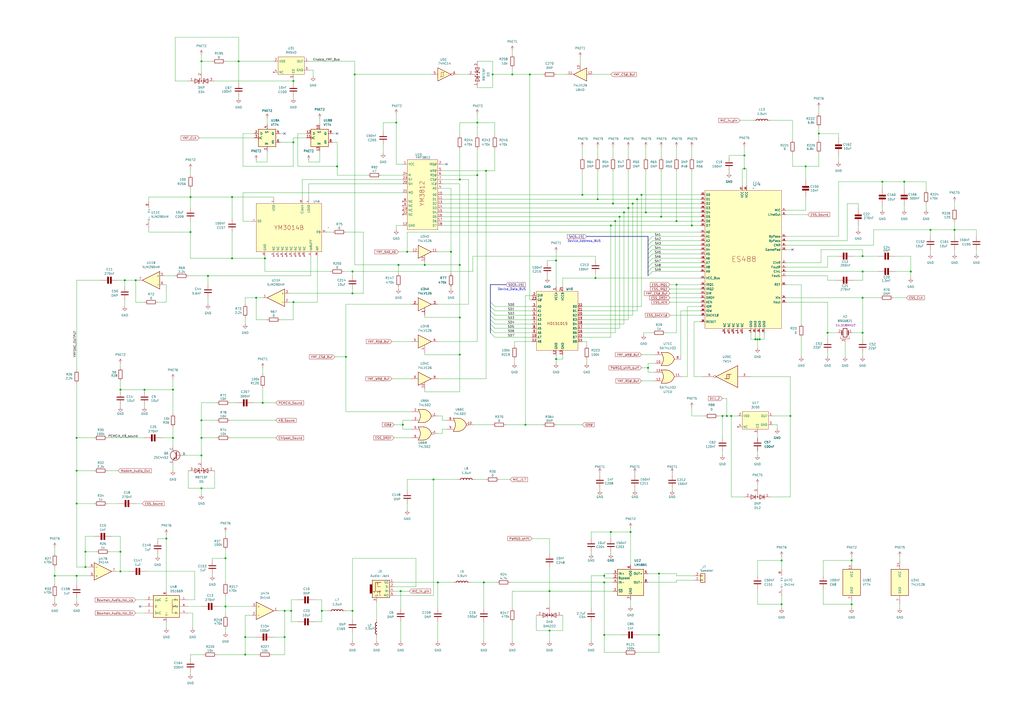
<source format=kicad_sch>
(kicad_sch (version 20250114) (generator "eeschema") (generator_version "9.0")
  (paper "A2")
  (title_block (title "PC110") (company "Recreated by: Ahmad Byagowi"))
  (text "Device_Data_BUS" (at 296.926 167.894 0) (effects (font (size 1.27 1.27))))
  (text "Device_Address_BUS" (at 338.836 139.954 0) (effects (font (size 1.27 1.27))))
  (junction (at 350.52 334.01))
  (junction (at 78.74 162.56))
  (junction (at 350.52 337.82))
  (junction (at 439.42 196.85))
  (junction (at 49.53 328.93))
  (junction (at 83.82 226.06))
  (junction (at 276.86 71.12))
  (junction (at 152.4 233.68))
  (junction (at 346.71 115.57))
  (junction (at 130.81 351.79))
  (junction (at 231.14 153.67))
  (junction (at 204.47 354.33))
  (junction (at 170.18 82.55))
  (junction (at 440.69 196.85))
  (junction (at 318.77 365.76))
  (junction (at 170.18 175.26))
  (junction (at 539.75 133.35))
  (junction (at 266.7 205.74))
  (junction (at 120.65 160.02))
  (junction (at 142.24 379.73))
  (junction (at 229.87 71.12))
  (junction (at 72.39 162.56))
  (junction (at 453.39 350.52))
  (junction (at 431.8 90.17))
  (junction (at 494.03 350.52))
  (junction (at 148.59 172.72))
  (junction (at 44.45 273.05))
  (junction (at 69.85 331.47))
  (junction (at 165.1 354.33))
  (junction (at 195.58 96.52))
  (junction (at 200.66 207.01))
  (junction (at 474.98 77.47))
  (junction (at 142.24 369.57))
  (junction (at 364.49 120.65))
  (junction (at 116.84 254))
  (junction (at 116.84 264.16))
  (junction (at 307.34 43.18))
  (junction (at 186.69 354.33))
  (junction (at 69.85 320.04))
  (junction (at 424.18 241.3))
  (junction (at 322.58 151.13))
  (junction (at 354.33 308.61))
  (junction (at 500.38 148.59))
  (junction (at 44.45 254))
  (junction (at 431.8 97.79))
  (junction (at 337.82 113.03))
  (junction (at 350.52 368.3))
  (junction (at 266.7 153.67))
  (junction (at 116.84 35.56))
  (junction (at 168.91 354.33))
  (junction (at 354.33 130.81))
  (junction (at 246.38 153.67))
  (junction (at 458.47 241.3))
  (junction (at 453.39 325.12))
  (junction (at 322.58 208.28))
  (junction (at 524.51 105.41))
  (junction (at 153.67 149.86))
  (junction (at 266.7 184.15))
  (junction (at 356.87 128.27))
  (junction (at 116.84 283.21))
  (junction (at 480.06 193.04))
  (junction (at 359.41 125.73))
  (junction (at 438.15 196.85))
  (junction (at 500.38 172.72))
  (junction (at 276.86 101.6))
  (junction (at 110.49 134.62))
  (junction (at 494.03 325.12))
  (junction (at 374.65 123.19))
  (junction (at 419.1 241.3))
  (junction (at 382.27 368.3))
  (junction (at 528.32 157.48))
  (junction (at 372.11 113.03))
  (junction (at 116.84 243.84))
  (junction (at 369.57 115.57))
  (junction (at 382.27 332.74))
  (junction (at 170.18 46.99))
  (junction (at 392.43 165.1))
  (junction (at 165.1 369.57))
  (junction (at 318.77 342.9))
  (junction (at 100.33 254))
  (junction (at 254 337.82))
  (junction (at 361.95 123.19))
  (junction (at 204.47 170.18))
  (junction (at 365.76 308.61))
  (junction (at 421.64 241.3))
  (junction (at 500.38 157.48))
  (junction (at 31.75 334.01))
  (junction (at 401.32 130.81))
  (junction (at 232.41 342.9))
  (junction (at 236.22 146.05))
  (junction (at 383.54 125.73))
  (junction (at 205.74 43.18))
  (junction (at 69.85 226.06))
  (junction (at 44.45 292.1))
  (junction (at 280.67 337.82))
  (junction (at 251.46 278.13))
  (junction (at 553.72 133.35))
  (junction (at 204.47 157.48))
  (junction (at 467.36 96.52))
  (junction (at 355.6 118.11))
  (junction (at 261.62 146.05))
  (junction (at 375.92 213.36))
  (junction (at 297.18 43.18))
  (junction (at 130.81 323.85))
  (junction (at 281.94 99.06))
  (junction (at 285.75 43.18))
  (junction (at 304.8 246.38))
  (junction (at 392.43 128.27))
  (junction (at 138.43 35.56))
  (junction (at 110.49 114.3))
  (junction (at 134.62 149.86))
  (junction (at 100.33 226.06))
  (junction (at 44.45 334.01))
  (junction (at 134.62 114.3))
  (junction (at 49.53 320.04))
  (junction (at 367.03 118.11))
  (junction (at 233.68 246.38))
  (junction (at 500.38 193.04))
  (junction (at 96.52 312.42))
  (junction (at 266.7 104.14))
  (junction (at 511.81 105.41))
  (junction (at 345.44 161.29))
  (no_connect (at 165.1 77.47))
  (no_connect (at 195.58 77.47))
  (no_connect (at 259.08 95.25))
  (no_connect (at 459.74 144.78))
  (no_connect (at 81.28 351.79))
  (bus_entry (at 284.48 193.04) (size 2.54 2.54))
  (bus_entry (at 375.92 147.32) (size 2.54 -2.54))
  (bus_entry (at 375.92 149.86) (size 2.54 -2.54))
  (bus_entry (at 284.48 177.8) (size 2.54 2.54))
  (bus_entry (at 375.92 154.94) (size 2.54 -2.54))
  (bus_entry (at 284.48 182.88) (size 2.54 2.54))
  (bus_entry (at 375.92 142.24) (size 2.54 -2.54))
  (bus_entry (at 375.92 157.48) (size 2.54 -2.54))
  (bus_entry (at 375.92 139.7) (size 2.54 -2.54))
  (bus_entry (at 284.48 175.26) (size 2.54 2.54))
  (bus_entry (at 284.48 187.96) (size 2.54 2.54))
  (bus_entry (at 375.92 152.4) (size 2.54 -2.54))
  (bus_entry (at 375.92 160.02) (size 2.54 -2.54))
  (bus_entry (at 375.92 144.78) (size 2.54 -2.54))
  (bus_entry (at 284.48 180.34) (size 2.54 2.54))
  (bus_entry (at 284.48 185.42) (size 2.54 2.54))
  (bus_entry (at 284.48 190.5) (size 2.54 2.54))
  (wire (pts (xy 350.52 337.82) (xy 355.6 337.82)))
  (wire (pts (xy 511.81 109.22) (xy 511.81 105.41)))
  (wire (pts (xy 232.41 360.68) (xy 232.41 372.11)))
  (wire (pts (xy 406.4 134.62) (xy 236.22 134.62)))
  (wire (pts (xy 241.3 323.85) (xy 204.47 323.85)))
  (wire (pts (xy 307.34 173.99) (xy 307.34 43.18)))
  (wire (pts (xy 210.82 134.62) (xy 210.82 170.18)))
  (wire (pts (xy 539.75 133.35) (xy 539.75 137.16)))
  (wire (pts (xy 204.47 372.11) (xy 204.47 367.03)))
  (wire (pts (xy 439.42 196.85) (xy 439.42 201.93)))
  (wire (pts (xy 232.41 342.9) (xy 232.41 353.06)))
  (wire (pts (xy 287.02 195.58) (xy 308.61 195.58)))
  (wire (pts (xy 453.39 345.44) (xy 453.39 350.52)))
  (wire (pts (xy 191.77 157.48) (xy 153.67 157.48)))
  (wire (pts (xy 388.62 175.26) (xy 406.4 175.26)))
  (wire (pts (xy 318.77 342.9) (xy 355.6 342.9)))
  (wire (pts (xy 265.43 43.18) (xy 271.78 43.18)))
  (wire (pts (xy 100.33 226.06) (xy 100.33 240.03)))
  (wire (pts (xy 232.41 342.9) (xy 237.49 342.9)))
  (wire (pts (xy 419.1 241.3) (xy 419.1 254)))
  (wire (pts (xy 476.25 144.78) (xy 500.38 144.78)))
  (wire (pts (xy 361.95 378.46) (xy 350.52 378.46)))
  (wire (pts (xy 378.46 152.4) (xy 406.4 152.4)))
  (wire (pts (xy 553.72 128.27) (xy 553.72 133.35)))
  (wire (pts (xy 109.22 160.02) (xy 120.65 160.02)))
  (wire (pts (xy 254 241.3) (xy 256.54 241.3)))
  (wire (pts (xy 113.03 347.98) (xy 109.22 347.98)))
  (wire (pts (xy 246.38 152.4) (xy 246.38 153.67)))
  (wire (pts (xy 204.47 359.41) (xy 204.47 354.33)))
  (wire (pts (xy 170.18 175.26) (xy 167.64 175.26)))
  (wire (pts (xy 553.72 116.84) (xy 553.72 120.65)))
  (wire (pts (xy 322.58 208.28) (xy 322.58 205.74)))
  (wire (pts (xy 229.87 95.25) (xy 229.87 71.12)))
  (wire (pts (xy 83.82 236.22) (xy 83.82 234.95)))
  (wire (pts (xy 314.96 246.38) (xy 304.8 246.38)))
  (wire (pts (xy 337.82 85.09) (xy 337.82 91.44)))
  (wire (pts (xy 402.59 334.01) (xy 392.43 334.01)))
  (wire (pts (xy 31.75 328.93) (xy 31.75 334.01)))
  (wire (pts (xy 256.54 243.84) (xy 259.08 243.84)))
  (wire (pts (xy 372.11 113.03) (xy 406.4 113.03)))
  (wire (pts (xy 361.95 187.96) (xy 361.95 123.19)))
  (wire (pts (xy 205.74 43.18) (xy 250.19 43.18)))
  (wire (pts (xy 152.4 224.79) (xy 152.4 233.68)))
  (wire (pts (xy 354.33 308.61) (xy 365.76 308.61)))
  (wire (pts (xy 350.52 368.3) (xy 360.68 368.3)))
  (wire (pts (xy 435.61 193.04) (xy 435.61 196.85)))
  (wire (pts (xy 124.46 46.99) (xy 170.18 46.99)))
  (wire (pts (xy 78.74 175.26) (xy 78.74 162.56)))
  (wire (pts (xy 373.38 193.04) (xy 373.38 194.31)))
  (bus (pts (xy 293.37 165.1) (xy 284.48 165.1)))
  (wire (pts (xy 130.81 35.56) (xy 138.43 35.56)))
  (wire (pts (xy 251.46 278.13) (xy 251.46 345.44)))
  (wire (pts (xy 69.85 210.82) (xy 69.85 213.36)))
  (wire (pts (xy 455.93 157.48) (xy 500.38 157.48)))
  (wire (pts (xy 280.67 337.82) (xy 280.67 353.06)))
  (wire (pts (xy 521.97 350.52) (xy 521.97 353.06)))
  (wire (pts (xy 317.5 151.13) (xy 322.58 151.13)))
  (wire (pts (xy 96.52 312.42) (xy 96.52 309.88)))
  (wire (pts (xy 228.6 342.9) (xy 232.41 342.9)))
  (wire (pts (xy 170.18 57.15) (xy 170.18 55.88)))
  (wire (pts (xy 213.36 101.6) (xy 195.58 101.6)))
  (wire (pts (xy 254 337.82) (xy 254 353.06)))
  (wire (pts (xy 480.06 193.04) (xy 486.41 193.04)))
  (wire (pts (xy 494.03 350.52) (xy 494.03 353.06)))
  (wire (pts (xy 480.06 196.85) (xy 480.06 193.04)))
  (wire (pts (xy 110.49 114.3) (xy 134.62 114.3)))
  (wire (pts (xy 218.44 359.41) (xy 218.44 349.25)))
  (wire (pts (xy 236.22 278.13) (xy 251.46 278.13)))
  (wire (pts (xy 453.39 325.12) (xy 453.39 330.2)))
  (bus (pts (xy 375.92 160.02) (xy 375.92 157.48)))
  (wire (pts (xy 168.91 354.33) (xy 165.1 354.33)))
  (wire (pts (xy 392.43 337.82) (xy 392.43 336.55)))
  (wire (pts (xy 365.76 347.98) (xy 365.76 351.79)))
  (wire (pts (xy 138.43 35.56) (xy 158.75 35.56)))
  (wire (pts (xy 382.27 378.46) (xy 382.27 368.3)))
  (wire (pts (xy 419.1 261.62) (xy 419.1 264.16)))
  (wire (pts (xy 519.43 148.59) (xy 528.32 148.59)))
  (wire (pts (xy 455.93 139.7) (xy 491.49 139.7)))
  (wire (pts (xy 246.38 227.33) (xy 266.7 227.33)))
  (bus (pts (xy 375.92 144.78) (xy 375.92 142.24)))
  (wire (pts (xy 133.35 254) (xy 160.02 254)))
  (wire (pts (xy 304.8 171.45) (xy 304.8 246.38)))
  (wire (pts (xy 337.82 193.04) (xy 356.87 193.04)))
  (wire (pts (xy 378.46 157.48) (xy 406.4 157.48)))
  (wire (pts (xy 500.38 162.56) (xy 495.3 162.56)))
  (wire (pts (xy 91.44 312.42) (xy 96.52 312.42)))
  (wire (pts (xy 125.73 243.84) (xy 116.84 243.84)))
  (wire (pts (xy 372.11 220.98) (xy 379.73 220.98)))
  (wire (pts (xy 179.07 92.71) (xy 179.07 93.98)))
  (wire (pts (xy 314.96 43.18) (xy 307.34 43.18)))
  (wire (pts (xy 422.91 99.06) (xy 422.91 100.33)))
  (wire (pts (xy 68.58 162.56) (xy 72.39 162.56)))
  (wire (pts (xy 238.76 243.84) (xy 233.68 243.84)))
  (wire (pts (xy 347.98 274.32) (xy 347.98 275.59)))
  (wire (pts (xy 142.24 379.73) (xy 142.24 369.57)))
  (wire (pts (xy 49.53 328.93) (xy 44.45 328.93)))
  (wire (pts (xy 241.3 340.36) (xy 241.3 323.85)))
  (wire (pts (xy 31.75 339.09) (xy 31.75 334.01)))
  (wire (pts (xy 44.45 292.1) (xy 44.45 328.93)))
  (wire (pts (xy 368.3 274.32) (xy 368.3 275.59)))
  (wire (pts (xy 364.49 185.42) (xy 364.49 120.65)))
  (wire (pts (xy 355.6 85.09) (xy 355.6 91.44)))
  (wire (pts (xy 181.61 40.64) (xy 181.61 44.45)))
  (wire (pts (xy 170.18 80.01) (xy 170.18 82.55)))
  (wire (pts (xy 148.59 185.42) (xy 148.59 172.72)))
  (wire (pts (xy 424.18 288.29) (xy 424.18 241.3)))
  (wire (pts (xy 233.68 95.25) (xy 229.87 95.25)))
  (wire (pts (xy 337.82 180.34) (xy 369.57 180.34)))
  (wire (pts (xy 69.85 220.98) (xy 69.85 226.06)))
  (wire (pts (xy 298.45 198.12) (xy 308.61 198.12)))
  (wire (pts (xy 228.6 337.82) (xy 254 337.82)))
  (wire (pts (xy 69.85 331.47) (xy 74.93 331.47)))
  (wire (pts (xy 297.18 342.9) (xy 318.77 342.9)))
  (wire (pts (xy 382.27 368.3) (xy 382.27 332.74)))
  (bus (pts (xy 375.92 147.32) (xy 375.92 144.78)))
  (wire (pts (xy 251.46 278.13) (xy 265.43 278.13)))
  (wire (pts (xy 447.04 288.29) (xy 458.47 288.29)))
  (wire (pts (xy 261.62 146.05) (xy 261.62 158.75)))
  (wire (pts (xy 91.44 313.69) (xy 91.44 312.42)))
  (wire (pts (xy 210.82 170.18) (xy 204.47 170.18)))
  (wire (pts (xy 179.07 106.68) (xy 179.07 115.57)))
  (wire (pts (xy 326.39 205.74) (xy 326.39 208.28)))
  (wire (pts (xy 85.09 331.47) (xy 113.03 331.47)))
  (wire (pts (xy 365.76 327.66) (xy 365.76 308.61)))
  (wire (pts (xy 154.94 185.42) (xy 148.59 185.42)))
  (wire (pts (xy 276.86 101.6) (xy 256.54 101.6)))
  (wire (pts (xy 266.7 71.12) (xy 266.7 78.74)))
  (wire (pts (xy 231.14 166.37) (xy 231.14 167.64)))
  (wire (pts (xy 138.43 21.59) (xy 138.43 35.56)))
  (wire (pts (xy 236.22 278.13) (xy 236.22 284.48)))
  (wire (pts (xy 383.54 125.73) (xy 406.4 125.73)))
  (wire (pts (xy 374.65 99.06) (xy 374.65 123.19)))
  (wire (pts (xy 142.24 356.87) (xy 146.05 356.87)))
  (wire (pts (xy 350.52 368.3) (xy 350.52 378.46)))
  (wire (pts (xy 276.86 35.56) (xy 285.75 35.56)))
  (wire (pts (xy 179.07 93.98) (xy 185.42 93.98)))
  (wire (pts (xy 69.85 320.04) (xy 69.85 331.47)))
  (wire (pts (xy 497.84 118.11) (xy 497.84 120.65)))
  (wire (pts (xy 83.82 226.06) (xy 83.82 227.33)))
  (wire (pts (xy 389.89 284.48) (xy 389.89 283.21)))
  (wire (pts (xy 500.38 148.59) (xy 509.27 148.59)))
  (wire (pts (xy 308.61 312.42) (xy 318.77 312.42)))
  (wire (pts (xy 62.23 273.05) (xy 68.58 273.05)))
  (wire (pts (xy 430.53 97.79) (xy 430.53 107.95)))
  (wire (pts (xy 368.3 284.48) (xy 368.3 283.21)))
  (wire (pts (xy 392.43 165.1) (xy 406.4 165.1)))
  (wire (pts (xy 350.52 335.28) (xy 355.6 335.28)))
  (wire (pts (xy 297.18 360.68) (xy 297.18 372.11)))
  (wire (pts (xy 431.8 90.17) (xy 431.8 97.79)))
  (wire (pts (xy 524.51 109.22) (xy 524.51 105.41)))
  (wire (pts (xy 95.25 160.02) (xy 101.6 160.02)))
  (wire (pts (xy 280.67 360.68) (xy 280.67 372.11)))
  (wire (pts (xy 480.06 207.01) (xy 480.06 204.47)))
  (wire (pts (xy 422.91 90.17) (xy 431.8 90.17)))
  (wire (pts (xy 256.54 109.22) (xy 261.62 109.22)))
  (wire (pts (xy 495.3 148.59) (xy 500.38 148.59)))
  (wire (pts (xy 101.6 21.59) (xy 138.43 21.59)))
  (wire (pts (xy 78.74 292.1) (xy 82.55 292.1)))
  (wire (pts (xy 494.03 347.98) (xy 494.03 350.52)))
  (wire (pts (xy 146.05 351.79) (xy 130.81 351.79)))
  (wire (pts (xy 31.75 349.25) (xy 31.75 346.71)))
  (wire (pts (xy 354.33 308.61) (xy 354.33 312.42)))
  (wire (pts (xy 287.02 177.8) (xy 308.61 177.8)))
  (wire (pts (xy 318.77 328.93) (xy 318.77 342.9)))
  (wire (pts (xy 382.27 332.74) (xy 375.92 332.74)))
  (wire (pts (xy 455.93 121.92) (xy 467.36 121.92)))
  (wire (pts (xy 480.06 154.94) (xy 480.06 148.59)))
  (wire (pts (xy 193.04 77.47) (xy 195.58 77.47)))
  (wire (pts (xy 406.4 172.72) (xy 388.62 172.72)))
  (wire (pts (xy 44.45 273.05) (xy 44.45 254)))
  (wire (pts (xy 402.59 186.69) (xy 406.4 186.69)))
  (wire (pts (xy 148.59 93.98) (xy 154.94 93.98)))
  (wire (pts (xy 195.58 101.6) (xy 195.58 96.52)))
  (wire (pts (xy 146.05 128.27) (xy 140.97 128.27)))
  (wire (pts (xy 194.31 207.01) (xy 200.66 207.01)))
  (wire (pts (xy 337.82 187.96) (xy 361.95 187.96)))
  (wire (pts (xy 287.02 190.5) (xy 308.61 190.5)))
  (wire (pts (xy 298.45 198.12) (xy 298.45 200.66)))
  (wire (pts (xy 116.84 287.02) (xy 116.84 283.21)))
  (wire (pts (xy 158.75 369.57) (xy 165.1 369.57)))
  (wire (pts (xy 431.8 97.79) (xy 430.53 97.79)))
  (wire (pts (xy 394.97 180.34) (xy 394.97 208.28)))
  (wire (pts (xy 172.72 360.68) (xy 168.91 360.68)))
  (wire (pts (xy 497.84 130.81) (xy 497.84 133.35)))
  (wire (pts (xy 439.42 341.63) (xy 439.42 350.52)))
  (wire (pts (xy 464.82 165.1) (xy 455.93 165.1)))
  (wire (pts (xy 342.9 353.06) (xy 342.9 334.01)))
  (wire (pts (xy 266.7 153.67) (xy 266.7 106.68)))
  (wire (pts (xy 195.58 96.52) (xy 195.58 82.55)))
  (wire (pts (xy 236.22 134.62) (xy 236.22 146.05)))
  (wire (pts (xy 298.45 208.28) (xy 298.45 210.82)))
  (wire (pts (xy 256.54 130.81) (xy 354.33 130.81)))
  (wire (pts (xy 138.43 57.15) (xy 138.43 55.88)))
  (wire (pts (xy 322.58 146.05) (xy 322.58 151.13)))
  (wire (pts (xy 359.41 190.5) (xy 359.41 125.73)))
  (wire (pts (xy 233.68 243.84) (xy 233.68 246.38)))
  (wire (pts (xy 287.02 193.04) (xy 308.61 193.04)))
  (wire (pts (xy 101.6 46.99) (xy 101.6 21.59)))
  (wire (pts (xy 233.68 246.38) (xy 233.68 248.92)))
  (wire (pts (xy 254 219.71) (xy 281.94 219.71)))
  (wire (pts (xy 140.97 96.52) (xy 170.18 96.52)))
  (wire (pts (xy 402.59 218.44) (xy 402.59 186.69)))
  (wire (pts (xy 398.78 177.8) (xy 406.4 177.8)))
  (wire (pts (xy 297.18 342.9) (xy 297.18 353.06)))
  (wire (pts (xy 256.54 248.92) (xy 259.08 248.92)))
  (wire (pts (xy 158.75 114.3) (xy 158.75 115.57)))
  (wire (pts (xy 537.21 110.49) (xy 537.21 105.41)))
  (wire (pts (xy 44.45 349.25) (xy 44.45 346.71)))
  (wire (pts (xy 459.74 96.52) (xy 467.36 96.52)))
  (wire (pts (xy 364.49 99.06) (xy 364.49 120.65)))
  (wire (pts (xy 345.44 161.29) (xy 406.4 161.29)))
  (wire (pts (xy 86.36 114.3) (xy 86.36 116.84)))
  (wire (pts (xy 125.73 254) (xy 116.84 254)))
  (wire (pts (xy 44.45 162.56) (xy 44.45 214.63)))
  (wire (pts (xy 322.58 43.18) (xy 328.93 43.18)))
  (wire (pts (xy 115.57 80.01) (xy 147.32 80.01)))
  (wire (pts (xy 450.85 246.38) (xy 450.85 248.92)))
  (wire (pts (xy 378.46 144.78) (xy 406.4 144.78)))
  (wire (pts (xy 311.15 356.87) (xy 311.15 365.76)))
  (wire (pts (xy 474.98 88.9) (xy 474.98 96.52)))
  (wire (pts (xy 388.62 182.88) (xy 406.4 182.88)))
  (wire (pts (xy 172.72 77.47) (xy 172.72 96.52)))
  (wire (pts (xy 246.38 205.74) (xy 266.7 205.74)))
  (wire (pts (xy 287.02 71.12) (xy 276.86 71.12)))
  (wire (pts (xy 165.1 379.73) (xy 165.1 369.57)))
  (wire (pts (xy 458.47 288.29) (xy 458.47 241.3)))
  (wire (pts (xy 44.45 222.25) (xy 44.45 254)))
  (bus (pts (xy 284.48 182.88) (xy 284.48 185.42)))
  (wire (pts (xy 134.62 149.86) (xy 110.49 149.86)))
  (wire (pts (xy 443.23 196.85) (xy 443.23 193.04)))
  (wire (pts (xy 96.52 364.49) (xy 96.52 360.68)))
  (wire (pts (xy 140.97 111.76) (xy 233.68 111.76)))
  (wire (pts (xy 480.06 175.26) (xy 480.06 193.04)))
  (wire (pts (xy 375.92 215.9) (xy 379.73 215.9)))
  (wire (pts (xy 297.18 43.18) (xy 285.75 43.18)))
  (wire (pts (xy 392.43 85.09) (xy 392.43 91.44)))
  (wire (pts (xy 455.93 144.78) (xy 459.74 144.78)))
  (wire (pts (xy 200.66 176.53) (xy 238.76 176.53)))
  (wire (pts (xy 96.52 342.9) (xy 96.52 312.42)))
  (wire (pts (xy 311.15 365.76) (xy 318.77 365.76)))
  (wire (pts (xy 375.92 210.82) (xy 375.92 213.36)))
  (wire (pts (xy 435.61 196.85) (xy 438.15 196.85)))
  (wire (pts (xy 401.32 85.09) (xy 401.32 91.44)))
  (wire (pts (xy 142.24 187.96) (xy 142.24 184.15)))
  (wire (pts (xy 185.42 68.58) (xy 185.42 72.39)))
  (wire (pts (xy 521.97 322.58) (xy 521.97 325.12)))
  (wire (pts (xy 337.82 182.88) (xy 367.03 182.88)))
  (wire (pts (xy 172.72 347.98) (xy 168.91 347.98)))
  (wire (pts (xy 285.75 246.38) (xy 274.32 246.38)))
  (wire (pts (xy 378.46 149.86) (xy 406.4 149.86)))
  (wire (pts (xy 367.03 182.88) (xy 367.03 118.11)))
  (wire (pts (xy 318.77 372.11) (xy 318.77 365.76)))
  (wire (pts (xy 370.84 368.3) (xy 382.27 368.3)))
  (wire (pts (xy 78.74 355.6) (xy 83.82 355.6)))
  (wire (pts (xy 154.94 68.58) (xy 154.94 72.39)))
  (wire (pts (xy 120.65 160.02) (xy 180.34 160.02)))
  (wire (pts (xy 439.42 280.67) (xy 439.42 283.21)))
  (wire (pts (xy 374.65 123.19) (xy 406.4 123.19)))
  (wire (pts (xy 378.46 137.16) (xy 406.4 137.16)))
  (wire (pts (xy 342.9 334.01) (xy 350.52 334.01)))
  (wire (pts (xy 177.8 80.01) (xy 170.18 80.01)))
  (wire (pts (xy 285.75 35.56) (xy 285.75 43.18)))
  (wire (pts (xy 168.91 347.98) (xy 168.91 354.33)))
  (wire (pts (xy 55.88 320.04) (xy 49.53 320.04)))
  (wire (pts (xy 322.58 151.13) (xy 322.58 166.37)))
  (wire (pts (xy 480.06 148.59) (xy 485.14 148.59)))
  (wire (pts (xy 364.49 120.65) (xy 406.4 120.65)))
  (wire (pts (xy 340.36 198.12) (xy 340.36 200.66)))
  (wire (pts (xy 185.42 93.98) (xy 185.42 87.63)))
  (wire (pts (xy 86.36 134.62) (xy 86.36 132.08)))
  (wire (pts (xy 453.39 322.58) (xy 453.39 325.12)))
  (wire (pts (xy 364.49 85.09) (xy 364.49 91.44)))
  (wire (pts (xy 486.41 93.98) (xy 486.41 90.17)))
  (wire (pts (xy 365.76 308.61) (xy 365.76 306.07)))
  (wire (pts (xy 246.38 226.06) (xy 246.38 227.33)))
  (wire (pts (xy 518.16 172.72) (xy 525.78 172.72)))
  (wire (pts (xy 186.69 360.68) (xy 186.69 354.33)))
  (wire (pts (xy 287.02 180.34) (xy 308.61 180.34)))
  (wire (pts (xy 494.03 325.12) (xy 494.03 327.66)))
  (wire (pts (xy 228.6 345.44) (xy 251.46 345.44)))
  (wire (pts (xy 401.32 236.22) (xy 401.32 241.3)))
  (bus (pts (xy 284.48 187.96) (xy 284.48 190.5)))
  (wire (pts (xy 322.58 246.38) (xy 337.82 246.38)))
  (wire (pts (xy 455.93 152.4) (xy 476.25 152.4)))
  (wire (pts (xy 459.74 88.9) (xy 459.74 96.52)))
  (wire (pts (xy 170.18 48.26) (xy 170.18 46.99)))
  (wire (pts (xy 231.14 153.67) (xy 246.38 153.67)))
  (wire (pts (xy 566.42 137.16) (xy 566.42 133.35)))
  (wire (pts (xy 448.31 246.38) (xy 450.85 246.38)))
  (wire (pts (xy 229.87 130.81) (xy 233.68 130.81)))
  (wire (pts (xy 285.75 43.18) (xy 285.75 50.8)))
  (wire (pts (xy 440.69 196.85) (xy 443.23 196.85)))
  (wire (pts (xy 459.74 69.85) (xy 459.74 81.28)))
  (wire (pts (xy 474.98 73.66) (xy 474.98 77.47)))
  (wire (pts (xy 109.22 351.79) (xy 116.84 351.79)))
  (wire (pts (xy 100.33 219.71) (xy 100.33 226.06)))
  (wire (pts (xy 271.78 104.14) (xy 271.78 176.53)))
  (wire (pts (xy 553.72 137.16) (xy 553.72 133.35)))
  (wire (pts (xy 389.89 274.32) (xy 389.89 275.59)))
  (wire (pts (xy 246.38 182.88) (xy 246.38 184.15)))
  (wire (pts (xy 109.22 46.99) (xy 101.6 46.99)))
  (wire (pts (xy 464.82 187.96) (xy 464.82 165.1)))
  (wire (pts (xy 372.11 213.36) (xy 375.92 213.36)))
  (wire (pts (xy 494.03 322.58) (xy 494.03 325.12)))
  (wire (pts (xy 116.84 233.68) (xy 116.84 243.84)))
  (wire (pts (xy 407.67 218.44) (xy 402.59 218.44)))
  (bus (pts (xy 375.92 137.16) (xy 340.36 137.16)))
  (wire (pts (xy 228.6 254) (xy 238.76 254)))
  (wire (pts (xy 359.41 125.73) (xy 383.54 125.73)))
  (wire (pts (xy 401.32 241.3) (xy 408.94 241.3)))
  (wire (pts (xy 186.69 354.33) (xy 186.69 347.98)))
  (wire (pts (xy 134.62 114.3) (xy 134.62 127)))
  (wire (pts (xy 350.52 332.74) (xy 350.52 334.01)))
  (wire (pts (xy 276.86 78.74) (xy 276.86 71.12)))
  (wire (pts (xy 63.5 320.04) (xy 69.85 320.04)))
  (wire (pts (xy 110.49 391.16) (xy 110.49 389.89)))
  (wire (pts (xy 455.93 154.94) (xy 480.06 154.94)))
  (wire (pts (xy 256.54 241.3) (xy 256.54 243.84)))
  (wire (pts (xy 246.38 184.15) (xy 266.7 184.15)))
  (wire (pts (xy 344.17 43.18) (xy 354.33 43.18)))
  (wire (pts (xy 157.48 379.73) (xy 165.1 379.73)))
  (wire (pts (xy 500.38 172.72) (xy 500.38 193.04)))
  (wire (pts (xy 204.47 354.33) (xy 200.66 354.33)))
  (wire (pts (xy 439.42 251.46) (xy 439.42 254)))
  (wire (pts (xy 500.38 144.78) (xy 500.38 148.59)))
  (wire (pts (xy 186.69 347.98) (xy 182.88 347.98)))
  (wire (pts (xy 431.8 85.09) (xy 431.8 90.17)))
  (wire (pts (xy 204.47 160.02) (xy 204.47 157.48)))
  (wire (pts (xy 205.74 153.67) (xy 231.14 153.67)))
  (wire (pts (xy 179.07 35.56) (xy 205.74 35.56)))
  (wire (pts (xy 134.62 134.62) (xy 134.62 149.86)))
  (wire (pts (xy 467.36 96.52) (xy 467.36 104.14)))
  (wire (pts (xy 474.98 77.47) (xy 474.98 81.28)))
  (wire (pts (xy 83.82 226.06) (xy 100.33 226.06)))
  (wire (pts (xy 100.33 254) (xy 100.33 259.08)))
  (wire (pts (xy 236.22 292.1) (xy 236.22 295.91)))
  (wire (pts (xy 439.42 325.12) (xy 453.39 325.12)))
  (wire (pts (xy 256.54 120.65) (xy 364.49 120.65)))
  (wire (pts (xy 190.5 354.33) (xy 186.69 354.33)))
  (wire (pts (xy 458.47 218.44) (xy 435.61 218.44)))
  (wire (pts (xy 153.67 149.86) (xy 153.67 148.59)))
  (wire (pts (xy 519.43 157.48) (xy 528.32 157.48)))
  (wire (pts (xy 130.81 345.44) (xy 130.81 351.79)))
  (wire (pts (xy 318.77 321.31) (xy 318.77 312.42)))
  (wire (pts (xy 477.52 325.12) (xy 494.03 325.12)))
  (wire (pts (xy 392.43 336.55) (xy 402.59 336.55)))
  (wire (pts (xy 439.42 334.01) (xy 439.42 325.12)))
  (wire (pts (xy 287.02 187.96) (xy 308.61 187.96)))
  (wire (pts (xy 276.86 86.36) (xy 276.86 101.6)))
  (wire (pts (xy 44.45 273.05) (xy 44.45 292.1)))
  (wire (pts (xy 506.73 142.24) (xy 506.73 133.35)))
  (wire (pts (xy 297.18 39.37) (xy 297.18 43.18)))
  (wire (pts (xy 153.67 157.48) (xy 153.67 149.86)))
  (wire (pts (xy 110.49 382.27) (xy 110.49 379.73)))
  (wire (pts (xy 140.97 77.47) (xy 140.97 96.52)))
  (wire (pts (xy 406.4 180.34) (xy 394.97 180.34)))
  (bus (pts (xy 284.48 165.1) (xy 284.48 175.26)))
  (wire (pts (xy 356.87 193.04) (xy 356.87 128.27)))
  (wire (pts (xy 392.43 193.04) (xy 392.43 165.1)))
  (wire (pts (xy 81.28 351.79) (xy 83.82 351.79)))
  (wire (pts (xy 44.45 292.1) (xy 54.61 292.1)))
  (wire (pts (xy 254 146.05) (xy 261.62 146.05)))
  (wire (pts (xy 152.4 233.68) (xy 147.32 233.68)))
  (wire (pts (xy 356.87 128.27) (xy 392.43 128.27)))
  (wire (pts (xy 222.25 83.82) (xy 222.25 88.9)))
  (wire (pts (xy 120.65 176.53) (xy 120.65 172.72)))
  (wire (pts (xy 342.9 372.11) (xy 342.9 360.68)))
  (wire (pts (xy 218.44 372.11) (xy 218.44 369.57)))
  (wire (pts (xy 107.95 264.16) (xy 116.84 264.16)))
  (wire (pts (xy 537.21 105.41) (xy 524.51 105.41)))
  (wire (pts (xy 474.98 96.52) (xy 467.36 96.52)))
  (wire (pts (xy 266.7 104.14) (xy 271.78 104.14)))
  (wire (pts (xy 123.19 334.01) (xy 123.19 332.74)))
  (wire (pts (xy 500.38 172.72) (xy 510.54 172.72)))
  (wire (pts (xy 116.84 264.16) (xy 116.84 267.97)))
  (wire (pts (xy 256.54 123.19) (xy 361.95 123.19)))
  (wire (pts (xy 477.52 334.01) (xy 477.52 325.12)))
  (wire (pts (xy 256.54 128.27) (xy 356.87 128.27)))
  (wire (pts (xy 295.91 337.82) (xy 350.52 337.82)))
  (wire (pts (xy 64.77 311.15) (xy 69.85 311.15)))
  (wire (pts (xy 162.56 77.47) (xy 165.1 77.47)))
  (wire (pts (xy 274.32 148.59) (xy 274.32 157.48)))
  (wire (pts (xy 474.98 62.23) (xy 474.98 66.04)))
  (wire (pts (xy 281.94 219.71) (xy 281.94 99.06)))
  (wire (pts (xy 455.93 175.26) (xy 480.06 175.26)))
  (wire (pts (xy 367.03 118.11) (xy 406.4 118.11)))
  (wire (pts (xy 500.38 207.01) (xy 500.38 204.47)))
  (wire (pts (xy 373.38 193.04) (xy 378.46 193.04)))
  (wire (pts (xy 464.82 195.58) (xy 464.82 207.01)))
  (wire (pts (xy 266.7 86.36) (xy 266.7 104.14)))
  (wire (pts (xy 184.15 175.26) (xy 170.18 175.26)))
  (wire (pts (xy 346.71 85.09) (xy 346.71 91.44)))
  (wire (pts (xy 200.66 207.01) (xy 200.66 238.76)))
  (wire (pts (xy 486.41 77.47) (xy 474.98 77.47)))
  (wire (pts (xy 297.18 29.21) (xy 297.18 31.75)))
  (wire (pts (xy 276.86 198.12) (xy 276.86 101.6)))
  (wire (pts (xy 233.68 106.68) (xy 179.07 106.68)))
  (wire (pts (xy 133.35 243.84) (xy 160.02 243.84)))
  (wire (pts (xy 254 360.68) (xy 254 372.11)))
  (wire (pts (xy 100.33 247.65) (xy 100.33 254)))
  (wire (pts (xy 317.5 160.02) (xy 317.5 161.29)))
  (wire (pts (xy 204.47 323.85) (xy 204.47 354.33)))
  (wire (pts (xy 91.44 175.26) (xy 96.52 175.26)))
  (wire (pts (xy 340.36 208.28) (xy 340.36 210.82)))
  (wire (pts (xy 110.49 97.79) (xy 110.49 101.6)))
  (wire (pts (xy 246.38 204.47) (xy 246.38 205.74)))
  (wire (pts (xy 486.41 80.01) (xy 486.41 77.47)))
  (wire (pts (xy 227.33 198.12) (xy 238.76 198.12)))
  (wire (pts (xy 378.46 139.7) (xy 406.4 139.7)))
  (wire (pts (xy 307.34 43.18) (xy 297.18 43.18)))
  (wire (pts (xy 68.58 292.1) (xy 62.23 292.1)))
  (wire (pts (xy 266.7 71.12) (xy 276.86 71.12)))
  (wire (pts (xy 500.38 196.85) (xy 500.38 193.04)))
  (wire (pts (xy 175.26 115.57) (xy 175.26 104.14)))
  (wire (pts (xy 537.21 121.92) (xy 537.21 118.11)))
  (wire (pts (xy 172.72 96.52) (xy 195.58 96.52)))
  (wire (pts (xy 195.58 82.55) (xy 193.04 82.55)))
  (wire (pts (xy 326.39 208.28) (xy 322.58 208.28)))
  (wire (pts (xy 467.36 121.92) (xy 467.36 114.3)))
  (wire (pts (xy 78.74 347.98) (xy 83.82 347.98)))
  (wire (pts (xy 438.15 193.04) (xy 438.15 196.85)))
  (wire (pts (xy 184.15 148.59) (xy 184.15 175.26)))
  (wire (pts (xy 256.54 125.73) (xy 359.41 125.73)))
  (wire (pts (xy 317.5 151.13) (xy 317.5 152.4)))
  (bus (pts (xy 375.92 152.4) (xy 375.92 149.86)))
  (wire (pts (xy 69.85 311.15) (xy 69.85 320.04)))
  (wire (pts (xy 162.56 185.42) (xy 170.18 185.42)))
  (wire (pts (xy 113.03 331.47) (xy 113.03 347.98)))
  (wire (pts (xy 266.7 153.67) (xy 266.7 184.15)))
  (wire (pts (xy 110.49 149.86) (xy 110.49 134.62)))
  (wire (pts (xy 182.88 360.68) (xy 186.69 360.68)))
  (wire (pts (xy 200.66 207.01) (xy 200.66 176.53)))
  (wire (pts (xy 455.93 124.46) (xy 468.63 124.46)))
  (wire (pts (xy 175.26 104.14) (xy 233.68 104.14)))
  (wire (pts (xy 200.66 238.76) (xy 238.76 238.76)))
  (wire (pts (xy 147.32 77.47) (xy 140.97 77.47)))
  (wire (pts (xy 342.9 312.42) (xy 342.9 308.61)))
  (wire (pts (xy 130.81 356.87) (xy 130.81 351.79)))
  (wire (pts (xy 72.39 162.56) (xy 78.74 162.56)))
  (wire (pts (xy 280.67 337.82) (xy 288.29 337.82)))
  (wire (pts (xy 220.98 101.6) (xy 233.68 101.6)))
  (wire (pts (xy 398.78 218.44) (xy 398.78 177.8)))
  (wire (pts (xy 392.43 99.06) (xy 392.43 128.27)))
  (wire (pts (xy 361.95 123.19) (xy 374.65 123.19)))
  (wire (pts (xy 386.08 193.04) (xy 392.43 193.04)))
  (wire (pts (xy 91.44 322.58) (xy 91.44 321.31)))
  (wire (pts (xy 375.92 210.82) (xy 379.73 210.82)))
  (wire (pts (xy 369.57 115.57) (xy 406.4 115.57)))
  (wire (pts (xy 424.18 241.3) (xy 427.99 241.3)))
  (wire (pts (xy 480.06 162.56) (xy 485.14 162.56)))
  (wire (pts (xy 447.04 69.85) (xy 459.74 69.85)))
  (wire (pts (xy 486.41 105.41) (xy 511.81 105.41)))
  (wire (pts (xy 304.8 246.38) (xy 293.37 246.38)))
  (wire (pts (xy 346.71 99.06) (xy 346.71 115.57)))
  (wire (pts (xy 388.62 165.1) (xy 392.43 165.1)))
  (wire (pts (xy 199.39 157.48) (xy 204.47 157.48)))
  (wire (pts (xy 455.93 142.24) (xy 506.73 142.24)))
  (wire (pts (xy 448.31 241.3) (xy 458.47 241.3)))
  (wire (pts (xy 140.97 128.27) (xy 140.97 111.76)))
  (wire (pts (xy 111.76 355.6) (xy 109.22 355.6)))
  (wire (pts (xy 419.1 231.14) (xy 421.64 231.14)))
  (wire (pts (xy 54.61 273.05) (xy 44.45 273.05)))
  (wire (pts (xy 222.25 71.12) (xy 229.87 71.12)))
  (wire (pts (xy 500.38 157.48) (xy 500.38 162.56)))
  (wire (pts (xy 287.02 86.36) (xy 287.02 99.06)))
  (wire (pts (xy 256.54 104.14) (xy 266.7 104.14)))
  (wire (pts (xy 170.18 96.52) (xy 170.18 82.55)))
  (wire (pts (xy 116.84 283.21) (xy 124.46 283.21)))
  (wire (pts (xy 337.82 195.58) (xy 354.33 195.58)))
  (wire (pts (xy 382.27 332.74) (xy 392.43 332.74)))
  (wire (pts (xy 266.7 106.68) (xy 256.54 106.68)))
  (wire (pts (xy 162.56 82.55) (xy 170.18 82.55)))
  (wire (pts (xy 179.07 40.64) (xy 181.61 40.64)))
  (wire (pts (xy 566.42 133.35) (xy 553.72 133.35)))
  (wire (pts (xy 388.62 167.64) (xy 406.4 167.64)))
  (wire (pts (xy 421.64 241.3) (xy 424.18 241.3)))
  (wire (pts (xy 130.81 367.03) (xy 130.81 364.49)))
  (wire (pts (xy 44.45 334.01) (xy 52.07 334.01)))
  (wire (pts (xy 54.61 311.15) (xy 49.53 311.15)))
  (wire (pts (xy 130.81 323.85) (xy 130.81 337.82)))
  (wire (pts (xy 375.92 213.36) (xy 375.92 215.9)))
  (wire (pts (xy 308.61 173.99) (xy 307.34 173.99)))
  (wire (pts (xy 86.36 134.62) (xy 110.49 134.62)))
  (wire (pts (xy 52.07 328.93) (xy 49.53 328.93)))
  (wire (pts (xy 120.65 165.1) (xy 120.65 160.02)))
  (wire (pts (xy 392.43 334.01) (xy 392.43 332.74)))
  (wire (pts (xy 326.39 161.29) (xy 326.39 166.37)))
  (wire (pts (xy 100.33 273.05) (xy 100.33 269.24)))
  (wire (pts (xy 165.1 369.57) (xy 165.1 354.33)))
  (wire (pts (xy 289.56 278.13) (xy 295.91 278.13)))
  (wire (pts (xy 421.64 231.14) (xy 421.64 241.3)))
  (wire (pts (xy 419.1 241.3) (xy 421.64 241.3)))
  (wire (pts (xy 231.14 153.67) (xy 231.14 158.75)))
  (wire (pts (xy 261.62 166.37) (xy 261.62 167.64)))
  (wire (pts (xy 274.32 148.59) (xy 345.44 148.59)))
  (wire (pts (xy 553.72 147.32) (xy 553.72 144.78)))
  (wire (pts (xy 372.11 205.74) (xy 379.73 205.74)))
  (wire (pts (xy 439.42 261.62) (xy 439.42 264.16)))
  (wire (pts (xy 31.75 334.01) (xy 44.45 334.01)))
  (wire (pts (xy 256.54 113.03) (xy 337.82 113.03)))
  (wire (pts (xy 439.42 350.52) (xy 453.39 350.52)))
  (wire (pts (xy 83.82 254) (xy 62.23 254)))
  (wire (pts (xy 130.81 318.77) (xy 130.81 323.85)))
  (wire (pts (xy 256.54 118.11) (xy 355.6 118.11)))
  (bus (pts (xy 284.48 190.5) (xy 284.48 193.04)))
  (wire (pts (xy 285.75 50.8) (xy 276.86 50.8)))
  (wire (pts (xy 125.73 233.68) (xy 116.84 233.68)))
  (wire (pts (xy 58.42 162.56) (xy 44.45 162.56)))
  (wire (pts (xy 256.54 115.57) (xy 346.71 115.57)))
  (wire (pts (xy 227.33 219.71) (xy 238.76 219.71)))
  (wire (pts (xy 165.1 354.33) (xy 161.29 354.33)))
  (wire (pts (xy 539.75 133.35) (xy 553.72 133.35)))
  (wire (pts (xy 453.39 350.52) (xy 453.39 353.06)))
  (wire (pts (xy 69.85 226.06) (xy 69.85 227.33)))
  (wire (pts (xy 54.61 254) (xy 44.45 254)))
  (wire (pts (xy 148.59 172.72) (xy 152.4 172.72)))
  (wire (pts (xy 355.6 332.74) (xy 350.52 332.74)))
  (wire (pts (xy 271.78 176.53) (xy 254 176.53)))
  (wire (pts (xy 133.35 233.68) (xy 137.16 233.68)))
  (wire (pts (xy 205.74 35.56) (xy 205.74 43.18)))
  (bus (pts (xy 284.48 185.42) (xy 284.48 187.96)))
  (wire (pts (xy 86.36 114.3) (xy 110.49 114.3)))
  (wire (pts (xy 429.26 69.85) (xy 436.88 69.85)))
  (bus (pts (xy 375.92 154.94) (xy 375.92 152.4)))
  (wire (pts (xy 110.49 128.27) (xy 110.49 134.62)))
  (wire (pts (xy 154.94 93.98) (xy 154.94 87.63)))
  (wire (pts (xy 506.73 133.35) (xy 539.75 133.35)))
  (wire (pts (xy 69.85 226.06) (xy 83.82 226.06)))
  (wire (pts (xy 152.4 213.36) (xy 152.4 217.17)))
  (wire (pts (xy 355.6 118.11) (xy 367.03 118.11)))
  (wire (pts (xy 486.41 137.16) (xy 486.41 105.41)))
  (wire (pts (xy 109.22 283.21) (xy 116.84 283.21)))
  (wire (pts (xy 458.47 241.3) (xy 458.47 218.44)))
  (wire (pts (xy 401.32 130.81) (xy 406.4 130.81)))
  (wire (pts (xy 336.55 33.02) (xy 336.55 36.83)))
  (bus (pts (xy 375.92 157.48) (xy 375.92 154.94)))
  (wire (pts (xy 254 337.82) (xy 262.89 337.82)))
  (wire (pts (xy 322.58 208.28) (xy 322.58 210.82)))
  (wire (pts (xy 440.69 193.04) (xy 440.69 196.85)))
  (wire (pts (xy 308.61 171.45) (xy 304.8 171.45)))
  (wire (pts (xy 125.73 379.73) (xy 142.24 379.73)))
  (wire (pts (xy 346.71 115.57) (xy 369.57 115.57)))
  (wire (pts (xy 149.86 379.73) (xy 142.24 379.73)))
  (wire (pts (xy 318.77 342.9) (xy 318.77 351.79)))
  (wire (pts (xy 416.56 241.3) (xy 419.1 241.3)))
  (wire (pts (xy 204.47 157.48) (xy 274.32 157.48)))
  (wire (pts (xy 337.82 177.8) (xy 372.11 177.8)))
  (wire (pts (xy 134.62 114.3) (xy 158.75 114.3)))
  (wire (pts (xy 378.46 147.32) (xy 406.4 147.32)))
  (wire (pts (xy 439.42 196.85) (xy 440.69 196.85)))
  (wire (pts (xy 116.84 41.91) (xy 116.84 35.56)))
  (wire (pts (xy 256.54 251.46) (xy 256.54 248.92)))
  (wire (pts (xy 337.82 198.12) (xy 340.36 198.12)))
  (wire (pts (xy 480.06 160.02) (xy 455.93 160.02)))
  (wire (pts (xy 491.49 139.7) (xy 491.49 118.11)))
  (wire (pts (xy 392.43 128.27) (xy 406.4 128.27)))
  (wire (pts (xy 72.39 166.37) (xy 72.39 162.56)))
  (wire (pts (xy 477.52 350.52) (xy 494.03 350.52)))
  (wire (pts (xy 476.25 152.4) (xy 476.25 144.78)))
  (wire (pts (xy 177.8 77.47) (xy 172.72 77.47)))
  (wire (pts (xy 96.52 175.26) (xy 96.52 165.1)))
  (wire (pts (xy 256.54 95.25) (xy 259.08 95.25)))
  (wire (pts (xy 369.57 378.46) (xy 382.27 378.46)))
  (wire (pts (xy 69.85 331.47) (xy 67.31 331.47)))
  (wire (pts (xy 477.52 341.63) (xy 477.52 350.52)))
  (wire (pts (xy 168.91 360.68) (xy 168.91 354.33)))
  (wire (pts (xy 511.81 119.38) (xy 511.81 121.92)))
  (wire (pts (xy 276.86 66.04) (xy 276.86 71.12)))
  (wire (pts (xy 345.44 161.29) (xy 326.39 161.29)))
  (wire (pts (xy 378.46 154.94) (xy 406.4 154.94)))
  (wire (pts (xy 354.33 321.31) (xy 354.33 320.04)))
  (wire (pts (xy 369.57 180.34) (xy 369.57 115.57)))
  (wire (pts (xy 266.7 205.74) (xy 266.7 184.15)))
  (wire (pts (xy 205.74 43.18) (xy 205.74 153.67)))
  (wire (pts (xy 72.39 177.8) (xy 72.39 173.99)))
  (wire (pts (xy 500.38 193.04) (xy 494.03 193.04)))
  (wire (pts (xy 110.49 109.22) (xy 110.49 114.3)))
  (wire (pts (xy 246.38 153.67) (xy 266.7 153.67)))
  (wire (pts (xy 100.33 254) (xy 93.98 254)))
  (wire (pts (xy 180.34 148.59) (xy 180.34 160.02)))
  (bus (pts (xy 375.92 149.86) (xy 375.92 147.32)))
  (wire (pts (xy 433.07 107.95) (xy 433.07 97.79)))
  (wire (pts (xy 350.52 334.01) (xy 350.52 335.28)))
  (wire (pts (xy 345.44 148.59) (xy 345.44 151.13)))
  (wire (pts (xy 281.94 99.06) (xy 256.54 99.06)))
  (wire (pts (xy 345.44 158.75) (xy 345.44 161.29)))
  (wire (pts (xy 372.11 177.8) (xy 372.11 113.03)))
  (wire (pts (xy 500.38 157.48) (xy 509.27 157.48)))
  (wire (pts (xy 273.05 337.82) (xy 280.67 337.82)))
  (wire (pts (xy 431.8 288.29) (xy 424.18 288.29)))
  (wire (pts (xy 287.02 99.06) (xy 281.94 99.06)))
  (wire (pts (xy 111.76 355.6) (xy 111.76 364.49)))
  (wire (pts (xy 438.15 196.85) (xy 439.42 196.85)))
  (wire (pts (xy 231.14 146.05) (xy 236.22 146.05)))
  (wire (pts (xy 222.25 76.2) (xy 222.25 71.12)))
  (wire (pts (xy 153.67 149.86) (xy 134.62 149.86)))
  (wire (pts (xy 152.4 233.68) (xy 160.02 233.68)))
  (wire (pts (xy 355.6 99.06) (xy 355.6 118.11)))
  (wire (pts (xy 524.51 121.92) (xy 524.51 119.38)))
  (wire (pts (xy 480.06 162.56) (xy 480.06 160.02)))
  (wire (pts (xy 337.82 99.06) (xy 337.82 113.03)))
  (wire (pts (xy 124.46 283.21) (xy 124.46 273.05)))
  (wire (pts (xy 116.84 254) (xy 116.84 264.16)))
  (wire (pts (xy 261.62 109.22) (xy 261.62 146.05)))
  (wire (pts (xy 49.53 311.15) (xy 49.53 320.04)))
  (wire (pts (xy 96.52 165.1) (xy 95.25 165.1)))
  (wire (pts (xy 455.93 172.72) (xy 500.38 172.72)))
  (wire (pts (xy 354.33 130.81) (xy 401.32 130.81)))
  (wire (pts (xy 374.65 85.09) (xy 374.65 91.44)))
  (wire (pts (xy 254 251.46) (xy 256.54 251.46)))
  (wire (pts (xy 189.23 134.62) (xy 193.04 134.62)))
  (wire (pts (xy 490.22 198.12) (xy 490.22 207.01)))
  (wire (pts (xy 287.02 182.88) (xy 308.61 182.88)))
  (wire (pts (xy 266.7 227.33) (xy 266.7 205.74)))
  (wire (pts (xy 388.62 170.18) (xy 406.4 170.18)))
  (wire (pts (xy 109.22 273.05) (xy 109.22 283.21)))
  (bus (pts (xy 284.48 175.26) (xy 284.48 177.8)))
  (wire (pts (xy 342.9 321.31) (xy 342.9 320.04)))
  (wire (pts (xy 383.54 99.06) (xy 383.54 125.73)))
  (wire (pts (xy 350.52 337.82) (xy 350.52 368.3)))
  (wire (pts (xy 233.68 248.92) (xy 238.76 248.92)))
  (wire (pts (xy 275.59 278.13) (xy 281.94 278.13)))
  (wire (pts (xy 539.75 147.32) (xy 539.75 144.78)))
  (wire (pts (xy 394.97 218.44) (xy 398.78 218.44)))
  (wire (pts (xy 228.6 246.38) (xy 233.68 246.38)))
  (wire (pts (xy 138.43 48.26) (xy 138.43 35.56)))
  (wire (pts (xy 228.6 340.36) (xy 241.3 340.36)))
  (wire (pts (xy 326.39 356.87) (xy 326.39 365.76)))
  (wire (pts (xy 455.93 137.16) (xy 486.41 137.16)))
  (wire (pts (xy 204.47 167.64) (xy 204.47 170.18)))
  (wire (pts (xy 110.49 379.73) (xy 118.11 379.73)))
  (wire (pts (xy 170.18 185.42) (xy 170.18 175.26)))
  (wire (pts (xy 254 198.12) (xy 276.86 198.12)))
  (wire (pts (xy 200.66 134.62) (xy 210.82 134.62)))
  (wire (pts (xy 130.81 351.79) (xy 127 351.79)))
  (wire (pts (xy 383.54 85.09) (xy 383.54 91.44)))
  (wire (pts (xy 116.84 31.75) (xy 116.84 35.56)))
  (bus (pts (xy 284.48 180.34) (xy 284.48 182.88)))
  (wire (pts (xy 337.82 190.5) (xy 359.41 190.5)))
  (wire (pts (xy 116.84 35.56) (xy 123.19 35.56)))
  (wire (pts (xy 69.85 236.22) (xy 69.85 234.95)))
  (wire (pts (xy 142.24 176.53) (xy 142.24 172.72)))
  (bus (pts (xy 375.92 137.16) (xy 375.92 139.7)))
  (wire (pts (xy 148.59 369.57) (xy 142.24 369.57)))
  (wire (pts (xy 287.02 185.42) (xy 308.61 185.42)))
  (wire (pts (xy 354.33 195.58) (xy 354.33 130.81)))
  (wire (pts (xy 83.82 175.26) (xy 78.74 175.26)))
  (wire (pts (xy 44.45 339.09) (xy 44.45 334.01)))
  (wire (pts (xy 347.98 284.48) (xy 347.98 283.21)))
  (wire (pts (xy 375.92 337.82) (xy 392.43 337.82)))
  (wire (pts (xy 142.24 172.72) (xy 148.59 172.72)))
  (wire (pts (xy 528.32 148.59) (xy 528.32 157.48)))
  (wire (pts (xy 229.87 133.35) (xy 229.87 130.81)))
  (wire (pts (xy 123.19 325.12) (xy 123.19 323.85)))
  (wire (pts (xy 204.47 170.18) (xy 167.64 170.18)))
  (wire (pts (xy 49.53 320.04) (xy 49.53 328.93)))
  (wire (pts (xy 378.46 142.24) (xy 406.4 142.24)))
  (wire (pts (xy 110.49 114.3) (xy 110.49 120.65)))
  (wire (pts (xy 566.42 147.32) (xy 566.42 144.78)))
  (wire (pts (xy 142.24 369.57) (xy 142.24 356.87)))
  (wire (pts (xy 318.77 365.76) (xy 326.39 365.76)))
  (wire (pts (xy 422.91 91.44) (xy 422.91 90.17)))
  (wire (pts (xy 433.07 97.79) (xy 431.8 97.79)))
  (wire (pts (xy 342.9 308.61) (xy 354.33 308.61)))
  (wire (pts (xy 337.82 185.42) (xy 364.49 185.42)))
  (wire (pts (xy 148.59 92.71) (xy 148.59 93.98)))
  (wire (pts (xy 31.75 317.5) (xy 31.75 321.31)))
  (bus (pts (xy 284.48 177.8) (xy 284.48 180.34)))
  (wire (pts (xy 236.22 146.05) (xy 238.76 146.05)))
  (wire (pts (xy 337.82 113.03) (xy 372.11 113.03)))
  (wire (pts (xy 170.18 45.72) (xy 170.18 46.99)))
  (wire (pts (xy 130.81 308.61) (xy 130.81 311.15)))
  (wire (pts (xy 401.32 99.06) (xy 401.32 130.81)))
  (wire (pts (xy 78.74 162.56) (xy 80.01 162.56)))
  (bus (pts (xy 375.92 142.24) (xy 375.92 139.7)))
  (wire (pts (xy 491.49 118.11) (xy 497.84 118.11)))
  (wire (pts (xy 524.51 105.41) (xy 511.81 105.41)))
  (wire (pts (xy 116.84 243.84) (xy 116.84 254)))
  (wire (pts (xy 123.19 323.85) (xy 130.81 323.85)))
  (wire (pts (xy 287.02 78.74) (xy 287.02 71.12)))
  (wire (pts (xy 229.87 71.12) (xy 229.87 66.04)))
  (wire (pts (xy 528.32 157.48) (xy 528.32 161.29)))
  (label "YMFDAC_OUTPUT" (at 44.45 191.77 270))
  (label "SD6" (at 298.45 193.04 180))
  (label "Enable_YMF_Bus" (at 181.61 35.56 0))
  (label "SA2" (at 379.7035 139.7 0))
  (label "SD0" (at 298.45 177.8 180))
  (label "SD5" (at 298.2851 190.5 180))
  (label "SA9" (at 379.73 157.48 0))
  (label "SA3" (at 379.7933 142.24 0))
  (label "SD3" (at 298.45 185.42 180))
  (label "SD1" (at 298.45 180.34 180))
  (label "SA7" (at 379.73 152.4 0))
  (label "SD4" (at 298.45 187.96 180))
  (label "SA4" (at 379.73 144.78 0))
  (label "SA8" (at 379.73 154.94 0))
  (label "SD7" (at 298.45 195.58 180))
  (label "PCMCIA_KB_sound" (at 80.01 254 180))
  (label "SD2" (at 298.45 182.88 180))
  (label "SA5" (at 379.73 147.32 0))
  (label "SA1" (at 379.73 137.16 0))
  (label "SA6" (at 379.73 149.86 0))
  (global_label "ESS_IRQ2" (shape input) (at 388.62 167.64 180) (property "Intersheetrefs" "${INTERSHEET_REFS}" (effects (hide yes))))
  (global_label "Chipset_Sound" (shape input) (at 160.02 254 0) (property "Intersheetrefs" "${INTERSHEET_REFS}" (effects (hide yes))))
  (global_label "PWRGD_shift_buff" (shape input) (at 372.11 213.36 180) (property "Intersheetrefs" "${INTERSHEET_REFS}" (effects (hide yes))))
  (global_label "YMF_SA0_A0" (shape input) (at 231.14 146.05 180) (property "Intersheetrefs" "${INTERSHEET_REFS}" (effects (hide yes))))
  (global_label "Bowman_Audio_Vol_Dn" (shape input) (at 78.74 355.6 180) (property "Intersheetrefs" "${INTERSHEET_REFS}" (effects (hide yes))))
  (global_label "ESS_CLK" (shape input) (at 525.78 172.72 0) (property "Intersheetrefs" "${INTERSHEET_REFS}" (effects (hide yes))))
  (global_label "MIC_in_pin" (shape input) (at 429.26 69.85 180) (property "Intersheetrefs" "${INTERSHEET_REFS}" (effects (hide yes))))
  (global_label "SD[0..15]" (shape input) (at 293.37 165.1 0) (property "Intersheetrefs" "${INTERSHEET_REFS}" (effects (hide yes))))
  (global_label "ESS_AEN" (shape input) (at 388.62 175.26 180) (property "Intersheetrefs" "${INTERSHEET_REFS}" (effects (hide yes))))
  (global_label "Bowman_Audio_Vol_Up" (shape input) (at 78.74 347.98 180) (property "Intersheetrefs" "${INTERSHEET_REFS}" (effects (hide yes))))
  (global_label "ESS_IRQ1" (shape input) (at 388.62 165.1 180) (property "Intersheetrefs" "${INTERSHEET_REFS}" (effects (hide yes))))
  (global_label "YMF_CS#_Buf" (shape input) (at 194.31 207.01 180) (property "Intersheetrefs" "${INTERSHEET_REFS}" (effects (hide yes))))
  (global_label "SA[0..15]" (shape input) (at 340.36 137.16 180) (property "Intersheetrefs" "${INTERSHEET_REFS}" (effects (hide yes))))
  (global_label "Modem_Audio_Out" (shape input) (at 68.58 273.05 0) (property "Intersheetrefs" "${INTERSHEET_REFS}" (effects (hide yes))))
  (global_label "MIC_in_pin" (shape input) (at 237.49 342.9 0) (property "Intersheetrefs" "${INTERSHEET_REFS}" (effects (hide yes))))
  (global_label "D11_2" (shape input) (at 419.1 231.14 180) (property "Intersheetrefs" "${INTERSHEET_REFS}" (effects (hide yes))))
  (global_label "KB_Sound" (shape input) (at 160.02 243.84 0) (property "Intersheetrefs" "${INTERSHEET_REFS}" (effects (hide yes))))
  (global_label "ESS_DRDY" (shape input) (at 388.62 172.72 180) (property "Intersheetrefs" "${INTERSHEET_REFS}" (effects (hide yes))))
  (global_label "YMF_RD#_Buf" (shape input) (at 227.33 198.12 180) (property "Intersheetrefs" "${INTERSHEET_REFS}" (effects (hide yes))))
  (global_label "YMF_CS#_Buf" (shape input) (at 354.33 43.18 0) (property "Intersheetrefs" "${INTERSHEET_REFS}" (effects (hide yes))))
  (global_label "YMF_WR#_Buf" (shape input) (at 372.11 205.74 180) (property "Intersheetrefs" "${INTERSHEET_REFS}" (effects (hide yes))))
  (global_label "ESS_Sound" (shape input) (at 468.63 124.46 0) (property "Intersheetrefs" "${INTERSHEET_REFS}" (effects (hide yes))))
  (global_label "ESS_DACK1#" (shape input) (at 388.62 182.88 180) (property "Intersheetrefs" "${INTERSHEET_REFS}" (effects (hide yes))))
  (global_label "IOR#" (shape input) (at 337.82 246.38 0) (property "Intersheetrefs" "${INTERSHEET_REFS}" (effects (hide yes))))
  (global_label "PWRGD_shift" (shape input) (at 308.61 312.42 180) (property "Intersheetrefs" "${INTERSHEET_REFS}" (effects (hide yes))))
  (global_label "YMF_CS#_Buf" (shape input) (at 388.62 170.18 180) (property "Intersheetrefs" "${INTERSHEET_REFS}" (effects (hide yes))))
  (global_label "MIC_J17" (shape input) (at 295.91 278.13 0) (property "Intersheetrefs" "${INTERSHEET_REFS}" (effects (hide yes))))
  (global_label "IOR#" (shape input) (at 228.6 246.38 180) (property "Intersheetrefs" "${INTERSHEET_REFS}" (effects (hide yes))))
  (global_label "YMF_CLK" (shape input) (at 115.57 80.01 180) (property "Intersheetrefs" "${INTERSHEET_REFS}" (effects (hide yes))))
  (global_label "ESS_Sound" (shape input) (at 82.55 292.1 0) (property "Intersheetrefs" "${INTERSHEET_REFS}" (effects (hide yes))))
  (global_label "YMF_RD#_Buf" (shape input) (at 372.11 220.98 180) (property "Intersheetrefs" "${INTERSHEET_REFS}" (effects (hide yes))))
  (global_label "PCMCIA_Sound" (shape input) (at 160.02 233.68 0) (property "Intersheetrefs" "${INTERSHEET_REFS}" (effects (hide yes))))
  (global_label "YMF_WR#_Buf" (shape input) (at 227.33 219.71 180) (property "Intersheetrefs" "${INTERSHEET_REFS}" (effects (hide yes))))
  (global_label "ESS_DRDY" (shape input) (at 228.6 254 180) (property "Intersheetrefs" "${INTERSHEET_REFS}" (effects (hide yes))))
  (symbol (lib_id "Device:C") (at 345.44 154.94 0) (mirror x) (unit 1)
    (property "Reference" "C213" (at 341.63 153.6699 0) (effects (justify right)))
    (property "Value" "100nF" (at 341.63 156.2099 0) (effects (justify right)))
    (property "Footprint" "Capacitor_SMD:C_0402_1005Metric" (effects (hide yes)))
    (property "Description" "Unpolarized capacitor" (effects (hide yes)))
  )
  (symbol (lib_id "power:GND") (at 142.24 187.96 0) (mirror y) (unit 1)
    (property "Reference" "#PWR0418" (effects (hide yes)))
    (property "Value" "GND" (at 142.24 193.04 0))
    (property "Description" "Power symbol creates a global label with name \"GND\" , ground" (effects (hide yes)))
  )
  (symbol (lib_id "power:GND") (at 31.75 349.25 0) (mirror y) (unit 1)
    (property "Reference" "#PWR0428" (effects (hide yes)))
    (property "Value" "GND" (at 31.75 354.33 0))
    (property "Description" "Power symbol creates a global label with name \"GND\" , ground" (effects (hide yes)))
  )
  (symbol (lib_id "Device:C") (at 318.77 325.12 0) (mirror y) (unit 1)
    (property "Reference" "C248" (at 322.58 326.3901 0) (effects (justify right)))
    (property "Value" "10nF" (at 322.58 323.8501 0) (effects (justify right)))
    (property "Footprint" "Capacitor_SMD:C_0603_1608Metric" (effects (hide yes)))
    (property "Description" "Unpolarized capacitor" (effects (hide yes)))
  )
  (symbol (lib_id "Device:R") (at 266.7 82.55 0) (unit 1)
    (property "Reference" "R244" (at 269.24 81.2799 0) (effects (justify left)))
    (property "Value" "470k" (at 269.24 83.8199 0) (effects (justify left)))
    (property "Footprint" "Resistor_SMD:R_0402_1005Metric" (effects (hide yes)))
    (property "Description" "Resistor" (effects (hide yes)))
  )
  (symbol (lib_id "power:GND") (at 368.3 284.48 0) (unit 1)
    (property "Reference" "#PWR0669" (effects (hide yes)))
    (property "Value" "GND" (at 368.3 288.29 0))
    (property "Description" "Power symbol creates a global label with name \"GND\" , ground" (effects (hide yes)))
  )
  (symbol (lib_id "PC110:HD151015") (at 323.85 187.96 0) (unit 1)
    (property "Reference" "U49" (at 328.422 167.64 0) (effects (justify left)))
    (property "Value" "~" (at 328.5333 167.64 0) (effects (justify left)))
    (property "Footprint" "Package_SO:SSOP-24_5.3x8.2mm_P0.65mm" (effects (hide yes)))
  )
  (symbol (lib_id "PCM_Elektuur:L") (at 267.97 337.82 90) (unit 1)
    (property "Reference" "L5" (at 267.97 331.47 90))
    (property "Value" "1.5uH" (at 267.97 334.01 90))
    (property "Footprint" "Inductor_SMD:L_0603_1608Metric" (effects (hide yes)))
    (property "Description" "coil/winding/inductor/choke/reactor" (effects (hide yes)))
    (property "Indicator" "●" (effects (hide yes)))
    (property "Rating" "A" (effects (hide yes)))
  )
  (symbol (lib_id "Device:R") (at 318.77 43.18 270) (mirror x) (unit 1)
    (property "Reference" "C270" (at 318.77 36.83 90))
    (property "Value" "DNP" (at 318.77 39.37 90))
    (property "Footprint" "Capacitor_SMD:C_0402_1005Metric" (effects (hide yes)))
    (property "Description" "Resistor" (effects (hide yes)))
  )
  (symbol (lib_id "PCM_Elektuur:C") (at 490.22 148.59 90) (mirror x) (unit 1)
    (property "Reference" "C12" (at 490.22 151.892 90))
    (property "Value" "250nF" (at 490.474 153.924 90))
    (property "Footprint" "Capacitor_SMD:C_0603_1608Metric" (effects (hide yes)))
    (property "Description" "capacitor, non-polarized/bipolar" (effects (hide yes)))
    (property "Indicator" "+" (effects (hide yes)))
    (property "Rating" "V" (effects (hide yes)))
  )
  (symbol (lib_id "Device:R") (at 100.33 243.84 0) (mirror y) (unit 1)
    (property "Reference" "R36" (at 98.298 245.11 0) (effects (justify left)))
    (property "Value" "10k" (at 98.552 242.824 0) (effects (justify left)))
    (property "Footprint" "PCM_Resistor_SMD_AKL:R_0402_1005Metric" (effects (hide yes)))
    (property "Description" "Resistor" (effects (hide yes)))
  )
  (symbol (lib_id "74xx:74LS14") (at 257.81 43.18 0) (unit 3)
    (property "Reference" "U5" (at 257.302 34.544 0))
    (property "Value" "74HC14" (at 257.81 36.83 0))
    (property "Footprint" "Package_SO:TSSOP-14_4.4x5mm_P0.65mm" (effects (hide yes)))
    (property "Datasheet" "http://www.ti.com/lit/gpn/sn74LS14" (effects (hide yes)))
    (property "Description" "Hex inverter schmitt trigger" (effects (hide yes)))
  )
  (symbol (lib_id "Device:R") (at 231.14 162.56 0) (mirror y) (unit 1)
    (property "Reference" "R147" (at 228.6 161.2899 0) (effects (justify left)))
    (property "Value" "470k" (at 228.6 163.8299 0) (effects (justify left)))
    (property "Footprint" "PCM_Resistor_SMD_AKL:R_0402_1005Metric" (effects (hide yes)))
    (property "Description" "Resistor" (effects (hide yes)))
  )
  (symbol (lib_id "Device:C") (at 566.42 140.97 0) (mirror x) (unit 1)
    (property "Reference" "C155" (at 563.118 141.732 0) (effects (justify right)))
    (property "Value" "150nF" (at 562.61 139.192 0) (effects (justify right)))
    (property "Footprint" "Capacitor_SMD:C_0402_1005Metric" (effects (hide yes)))
    (property "Description" "Unpolarized capacitor" (effects (hide yes)))
  )
  (symbol (lib_id "Device:C") (at 439.42 257.81 180) (unit 1)
    (property "Reference" "C57" (at 443.23 256.5399 0) (effects (justify right)))
    (property "Value" "100nF" (at 443.23 259.0799 0) (effects (justify right)))
    (property "Footprint" "Capacitor_SMD:C_0603_1608Metric" (effects (hide yes)))
    (property "Description" "Unpolarized capacitor" (effects (hide yes)))
  )
  (symbol (lib_id "Device:R") (at 110.49 105.41 180) (unit 1)
    (property "Reference" "R256" (at 107.95 106.6801 0) (effects (justify left)))
    (property "Value" "100" (at 107.95 104.1401 0) (effects (justify left)))
    (property "Footprint" "PCM_Resistor_SMD_AKL:R_0805_2012Metric" (effects (hide yes)))
    (property "Description" "Resistor" (effects (hide yes)))
  )
  (symbol (lib_id "Device:R") (at 130.81 360.68 180) (unit 1)
    (property "Reference" "R218" (at 129.032 359.664 0) (effects (justify left)))
    (property "Value" "470k" (at 129.032 361.696 0) (effects (justify left)))
    (property "Footprint" "PCM_Resistor_SMD_AKL:R_0402_1005Metric" (effects (hide yes)))
    (property "Description" "Resistor" (effects (hide yes)))
  )
  (symbol (lib_id "Device:C") (at 170.18 52.07 0) (unit 1)
    (property "Reference" "C100" (at 166.37 53.3401 0) (effects (justify right)))
    (property "Value" "10nF" (at 166.37 50.8001 0) (effects (justify right)))
    (property "Footprint" "Capacitor_SMD:C_0603_1608Metric" (effects (hide yes)))
    (property "Description" "Unpolarized capacitor" (effects (hide yes)))
  )
  (symbol (lib_id "power:VCC") (at 346.71 85.09 0) (mirror y) (unit 1)
    (property "Reference" "#PWR0285" (effects (hide yes)))
    (property "Value" "PNET5" (at 346.964 80.518 0))
    (property "Description" "Power symbol creates a global label with name \"VCC\"" (effects (hide yes)))
  )
  (symbol (lib_id "Device:R") (at 121.92 379.73 270) (mirror x) (unit 1)
    (property "Reference" "R220" (at 121.92 375.158 90))
    (property "Value" "10k" (at 121.92 377.444 90))
    (property "Footprint" "PCM_Resistor_SMD_AKL:R_0402_1005Metric" (effects (hide yes)))
    (property "Description" "Resistor" (effects (hide yes)))
  )
  (symbol (lib_id "PCM_Elektuur:C") (at 121.92 351.79 90) (unit 1)
    (property "Reference" "C13" (at 121.92 345.44 90))
    (property "Value" "270nF" (at 121.92 347.98 90))
    (property "Footprint" "Capacitor_SMD:C_0603_1608Metric" (effects (hide yes)))
    (property "Description" "capacitor, non-polarized/bipolar" (effects (hide yes)))
    (property "Indicator" "+" (effects (hide yes)))
    (property "Rating" "V" (effects (hide yes)))
  )
  (symbol (lib_id "Device:D_Schottky_Dual_CommonCathode_AKA") (at 116.84 46.99 0) (mirror x) (unit 1)
    (property "Reference" "D34" (at 116.84 53.34 0))
    (property "Value" "DNP" (at 116.84 50.8 0))
    (property "Footprint" "PC110:3D" (effects (hide yes)))
    (property "Description" "Dual Schottky diode, common cathode on pin 2" (effects (hide yes)))
    (property "Topmark" "3D" (effects (hide yes)))
  )
  (symbol (lib_id "Device:C") (at 347.98 279.4 180) (unit 1)
    (property "Reference" "C208" (at 353.314 280.416 0))
    (property "Value" "1nF" (at 354.076 278.13 0))
    (property "Footprint" "Capacitor_SMD:C_0402_1005Metric" (effects (hide yes)))
    (property "Description" "Unpolarized capacitor" (effects (hide yes)))
  )
  (symbol (lib_id "power:GND") (at 100.33 273.05 0) (mirror y) (unit 1)
    (property "Reference" "#PWR0422" (effects (hide yes)))
    (property "Value" "GND" (at 100.33 278.13 0))
    (property "Description" "Power symbol creates a global label with name \"GND\" , ground" (effects (hide yes)))
  )
  (symbol (lib_id "power:GND") (at 365.76 351.79 0) (mirror y) (unit 1)
    (property "Reference" "#PWR0442" (effects (hide yes)))
    (property "Value" "GND" (at 365.76 356.87 0))
    (property "Description" "Power symbol creates a global label with name \"GND\" , ground" (effects (hide yes)))
  )
  (symbol (lib_id "Device:C") (at 138.43 52.07 0) (unit 1)
    (property "Reference" "C97" (at 134.366 51.054 0) (effects (justify right)))
    (property "Value" "100nF" (at 134.62 53.086 0) (effects (justify right)))
    (property "Footprint" "Capacitor_SMD:C_0402_1005Metric" (effects (hide yes)))
    (property "Description" "Unpolarized capacitor" (effects (hide yes)))
  )
  (symbol (lib_id "PC110:3D_Diode") (at 318.77 356.87 180) (unit 1)
    (property "Reference" "D40" (at 318.77 360.68 0))
    (property "Value" "DAN222" (at 318.77 363.22 0))
    (property "Footprint" "PC110:SOT-416L" (effects (hide yes)))
    (property "Topmark" "N" (at 318.77 356.87 0))
  )
  (symbol (lib_id "power:VCC") (at 96.52 309.88 0) (unit 1)
    (property "Reference" "#PWR0430" (effects (hide yes)))
    (property "Value" "PNET6" (at 96.52 304.8 0))
    (property "Description" "Power symbol creates a global label with name \"VCC\"" (effects (hide yes)))
  )
  (symbol (lib_id "power:VCC") (at 365.76 306.07 0) (unit 1)
    (property "Reference" "#PWR0582" (effects (hide yes)))
    (property "Value" "PNET2" (at 365.76 300.99 0))
    (property "Description" "Power symbol creates a global label with name \"VCC\"" (effects (hide yes)))
  )
  (symbol (lib_id "PCM_Elektuur:C") (at 177.8 347.98 270) (mirror x) (unit 1)
    (property "Reference" "C10" (at 177.8 341.63 90))
    (property "Value" "DNP" (at 177.8 344.17 90))
    (property "Footprint" "Capacitor_SMD:C_1206_3216Metric" (effects (hide yes)))
    (property "Description" "capacitor, non-polarized/bipolar" (effects (hide yes)))
    (property "Indicator" "+" (effects (hide yes)))
    (property "Rating" "V" (effects (hide yes)))
  )
  (symbol (lib_id "power:GND") (at 537.21 121.92 0) (unit 1)
    (property "Reference" "#PWR0459" (effects (hide yes)))
    (property "Value" "GND" (at 537.21 127 0))
    (property "Description" "Power symbol creates a global label with name \"GND\" , ground" (effects (hide yes)))
  )
  (symbol (lib_id "power:VCC") (at 553.72 116.84 0) (unit 1)
    (property "Reference" "#PWR0455" (effects (hide yes)))
    (property "Value" "PNET5" (at 553.72 111.76 0))
    (property "Description" "Power symbol creates a global label with name \"VCC\"" (effects (hide yes)))
  )
  (symbol (lib_id "74xx:74LS02") (at 246.38 241.3 0) (unit 1)
    (property "Reference" "U66" (at 246.38 232.41 0))
    (property "Value" "74LS02" (at 246.38 234.95 0))
    (property "Footprint" "Package_SO:TSSOP-14_4.4x5mm_P0.65mm" (effects (hide yes)))
    (property "Datasheet" "http://www.ti.com/lit/gpn/sn74ls02" (effects (hide yes)))
    (property "Description" "quad 2-input NOR gate" (effects (hide yes)))
  )
  (symbol (lib_id "PCM_Elektuur:C") (at 490.22 162.56 90) (mirror x) (unit 1)
    (property "Reference" "C21" (at 490.22 165.862 90))
    (property "Value" "270nF" (at 490.474 167.894 90))
    (property "Footprint" "Capacitor_SMD:C_0603_1608Metric" (effects (hide yes)))
    (property "Description" "capacitor, non-polarized/bipolar" (effects (hide yes)))
    (property "Indicator" "+" (effects (hide yes)))
    (property "Rating" "V" (effects (hide yes)))
  )
  (symbol (lib_id "power:VCC") (at 453.39 322.58 0) (unit 1)
    (property "Reference" "#PWR0425" (effects (hide yes)))
    (property "Value" "PNET6" (at 453.39 317.5 0))
    (property "Description" "Power symbol creates a global label with name \"VCC\"" (effects (hide yes)))
  )
  (symbol (lib_id "Device:C") (at 204.47 163.83 0) (mirror x) (unit 1)
    (property "Reference" "C214" (at 200.66 162.5599 0) (effects (justify right)))
    (property "Value" "10uF" (at 200.66 165.0999 0) (effects (justify right)))
    (property "Footprint" "Capacitor_SMD:C_1206_3216Metric" (effects (hide yes)))
    (property "Description" "Unpolarized capacitor" (effects (hide yes)))
  )
  (symbol (lib_id "Device:C") (at 134.62 130.81 0) (unit 1)
    (property "Reference" "C157" (at 130.81 132.0801 0) (effects (justify right)))
    (property "Value" "150nF" (at 130.81 129.5401 0) (effects (justify right)))
    (property "Footprint" "Capacitor_SMD:C_0402_1005Metric" (effects (hide yes)))
    (property "Description" "Unpolarized capacitor" (effects (hide yes)))
  )
  (symbol (lib_id "74xx:74LS126") (at 246.38 198.12 0) (unit 2)
    (property "Reference" "U34" (at 246.38 189.23 0))
    (property "Value" "74LV126" (at 246.38 191.77 0))
    (property "Footprint" "Package_SO:TSSOP-14_4.4x5mm_P0.65mm" (effects (hide yes)))
    (property "Datasheet" "http://www.ti.com/lit/gpn/sn74LS126" (effects (hide yes)))
    (property "Description" "Quad buffer 3-State outputs" (effects (hide yes)))
  )
  (symbol (lib_id "Device:D_Schottky_Dual_CommonCathode_AKA") (at 116.84 273.05 180) (unit 1)
    (property "Reference" "D5" (at 116.84 279.4 0))
    (property "Value" "RB715F" (at 116.84 276.86 0))
    (property "Footprint" "PC110:3D" (effects (hide yes)))
    (property "Description" "Dual Schottky diode, common cathode on pin 2" (effects (hide yes)))
    (property "Topmark" "3D" (effects (hide yes)))
  )
  (symbol (lib_id "power:VCC") (at 31.75 317.5 0) (unit 1)
    (property "Reference" "#PWR0429" (effects (hide yes)))
    (property "Value" "PNET6" (at 31.75 312.42 0))
    (property "Description" "Power symbol creates a global label with name \"VCC\"" (effects (hide yes)))
  )
  (symbol (lib_id "Device:R") (at 537.21 114.3 0) (unit 1)
    (property "Reference" "R224" (at 539.496 112.776 0) (effects (justify left)))
    (property "Value" "470k" (at 539.242 115.062 0) (effects (justify left)))
    (property "Footprint" "PCM_Resistor_SMD_AKL:R_0402_1005Metric" (effects (hide yes)))
    (property "Description" "Resistor" (effects (hide yes)))
  )
  (symbol (lib_id "Device:C") (at 222.25 80.01 0) (unit 1)
    (property "Reference" "C205" (at 218.44 81.2801 0) (effects (justify right)))
    (property "Value" "150nF" (at 218.44 78.7401 0) (effects (justify right)))
    (property "Footprint" "Capacitor_SMD:C_0402_1005Metric" (effects (hide yes)))
    (property "Description" "Unpolarized capacitor" (effects (hide yes)))
  )
  (symbol (lib_id "Device:C") (at 422.91 95.25 0) (mirror x) (unit 1)
    (property "Reference" "C19" (at 419.1 93.9799 0) (effects (justify right)))
    (property "Value" "150nF" (at 419.1 96.5199 0) (effects (justify right)))
    (property "Footprint" "Capacitor_SMD:C_0402_1005Metric" (effects (hide yes)))
    (property "Description" "Unpolarized capacitor" (effects (hide yes)))
  )
  (symbol (lib_id "PC110:Audio_Jack") (at 220.98 341.63 0) (unit 1)
    (property "Reference" "J3" (at 220.345 331.47 0))
    (property "Value" "Audio-Jack" (at 220.345 334.01 0))
    (property "Footprint" "PC110:Audio-Jack" (effects (hide yes)))
  )
  (symbol (lib_id "Device:R") (at 553.72 124.46 180) (unit 1)
    (property "Reference" "R226" (at 551.434 123.698 0) (effects (justify left)))
    (property "Value" "120" (at 551.434 125.984 0) (effects (justify left)))
    (property "Footprint" "PCM_Resistor_SMD_AKL:R_1206_3216Metric" (effects (hide yes)))
    (property "Description" "Resistor" (effects (hide yes)))
  )
  (symbol (lib_id "Device:C") (at 120.65 168.91 0) (mirror x) (unit 1)
    (property "Reference" "C44" (at 116.84 167.6399 0) (effects (justify right)))
    (property "Value" "5.6nF" (at 116.84 170.1799 0) (effects (justify right)))
    (property "Footprint" "Capacitor_SMD:C_0402_1005Metric" (effects (hide yes)))
    (property "Description" "Unpolarized capacitor" (effects (hide yes)))
  )
  (symbol (lib_id "Device:C") (at 419.1 257.81 0) (mirror x) (unit 1)
    (property "Reference" "C62" (at 415.29 256.5399 0) (effects (justify right)))
    (property "Value" "120nF" (at 415.29 259.0799 0) (effects (justify right)))
    (property "Footprint" "Capacitor_SMD:C_0402_1005Metric" (effects (hide yes)))
    (property "Description" "Unpolarized capacitor" (effects (hide yes)))
  )
  (symbol (lib_id "Device:R") (at 474.98 85.09 180) (unit 1)
    (property "Reference" "R225" (at 472.948 84.328 0) (effects (justify left)))
    (property "Value" "6.8k" (at 472.186 86.36 0) (effects (justify left)))
    (property "Footprint" "PCM_Resistor_SMD_AKL:R_0402_1005Metric" (effects (hide yes)))
    (property "Description" "Resistor" (effects (hide yes)))
  )
  (symbol (lib_id "PCM_Elektuur:L") (at 195.58 354.33 90) (unit 1)
    (property "Reference" "L7" (at 195.58 347.98 90))
    (property "Value" "1.5uH" (at 195.58 350.52 90))
    (property "Footprint" "Inductor_SMD:L_0603_1608Metric" (effects (hide yes)))
    (property "Description" "coil/winding/inductor/choke/reactor" (effects (hide yes)))
    (property "Indicator" "●" (effects (hide yes)))
    (property "Rating" "A" (effects (hide yes)))
  )
  (symbol (lib_id "power:GND") (at 231.14 167.64 0) (mirror y) (unit 1)
    (property "Reference" "#PWR0643" (effects (hide yes)))
    (property "Value" "GND" (at 231.14 172.72 0))
    (property "Description" "Power symbol creates a global label with name \"GND\" , ground" (effects (hide yes)))
  )
  (symbol (lib_id "PCM_Elektuur:L") (at 218.44 364.49 180) (unit 1)
    (property "Reference" "L2" (at 214.376 362.712 0))
    (property "Value" "1.5uH" (at 214.63 364.49 0))
    (property "Footprint" "Inductor_SMD:L_0603_1608Metric" (effects (hide yes)))
    (property "Description" "coil/winding/inductor/choke/reactor" (effects (hide yes)))
    (property "Indicator" "●" (effects (hide yes)))
    (property "Rating" "A" (effects (hide yes)))
  )
  (symbol (lib_id "74xx:74LS02") (at 246.38 251.46 0) (unit 2)
    (property "Reference" "U66" (at 245.11 256.794 0))
    (property "Value" "74LS02" (at 246.126 259.08 0))
    (property "Footprint" "Package_SO:TSSOP-14_4.4x5mm_P0.65mm" (effects (hide yes)))
    (property "Datasheet" "http://www.ti.com/lit/gpn/sn74ls02" (effects (hide yes)))
    (property "Description" "quad 2-input NOR gate" (effects (hide yes)))
  )
  (symbol (lib_id "PC110:YM3014") (at 167.64 132.08 0) (unit 1)
    (property "Reference" "U46" (at 183.642 116.84 0))
    (property "Value" "~" (at 190.5 132.0733 0))
    (property "Footprint" "PC110:SOP-16" (effects (hide yes)))
  )
  (symbol (lib_id "Device:D_Dual_Series_KAC") (at 439.42 288.29 0) (mirror x) (unit 1)
    (property "Reference" "D12" (at 439.42 294.64 0))
    (property "Value" "DNP" (at 439.42 292.1 0))
    (property "Footprint" "PC110:3D" (effects (hide yes)))
    (property "Description" "Dual diode, cathode/anode/center" (effects (hide yes)))
    (property "Topmark" "K" (effects (hide yes)))
  )
  (symbol (lib_id "power:GND") (at 566.42 147.32 0) (mirror y) (unit 1)
    (property "Reference" "#PWR0662" (effects (hide yes)))
    (property "Value" "GND" (at 566.42 152.4 0))
    (property "Description" "Power symbol creates a global label with name \"GND\" , ground" (effects (hide yes)))
  )
  (symbol (lib_id "Device:R") (at 401.32 95.25 0) (mirror x) (unit 1)
    (property "Reference" "R56" (at 403.86 96.5201 0) (effects (justify left)))
    (property "Value" "DNP" (at 403.86 93.9801 0) (effects (justify left)))
    (property "Footprint" "PCM_Resistor_SMD_AKL:R_0402_1005Metric" (effects (hide yes)))
    (property "Description" "Resistor" (effects (hide yes)))
  )
  (symbol (lib_id "power:GND") (at 464.82 207.01 0) (mirror y) (unit 1)
    (property "Reference" "#PWR0451" (effects (hide yes)))
    (property "Value" "GND" (at 464.82 212.09 0))
    (property "Description" "Power symbol creates a global label with name \"GND\" , ground" (effects (hide yes)))
  )
  (symbol (lib_id "Device:R") (at 383.54 95.25 0) (mirror x) (unit 1)
    (property "Reference" "R55" (at 386.08 96.5201 0) (effects (justify left)))
    (property "Value" "DNP" (at 386.08 93.9801 0) (effects (justify left)))
    (property "Footprint" "PCM_Resistor_SMD_AKL:R_0402_1005Metric" (effects (hide yes)))
    (property "Description" "Resistor" (effects (hide yes)))
  )
  (symbol (lib_id "Device:R") (at 105.41 160.02 90) (unit 1)
    (property "Reference" "R69" (at 105.41 155.448 90))
    (property "Value" "2.2k" (at 105.41 157.734 90))
    (property "Footprint" "PCM_Resistor_SMD_AKL:R_0402_1005Metric" (effects (hide yes)))
    (property "Description" "Resistor" (effects (hide yes)))
  )
  (symbol (lib_id "Device:R") (at 130.81 341.63 0) (unit 1)
    (property "Reference" "R217" (at 132.842 340.36 0) (effects (justify left)))
    (property "Value" "470k" (at 132.588 342.646 0) (effects (justify left)))
    (property "Footprint" "PCM_Resistor_SMD_AKL:R_0402_1005Metric" (effects (hide yes)))
    (property "Description" "Resistor" (effects (hide yes)))
  )
  (symbol (lib_id "power:VCC") (at 229.87 66.04 0) (mirror y) (unit 1)
    (property "Reference" "#PWR0292" (effects (hide yes)))
    (property "Value" "PNET2" (at 230.124 61.468 0))
    (property "Description" "Power symbol creates a global label with name \"VCC\"" (effects (hide yes)))
  )
  (symbol (lib_id "Device:R") (at 287.02 82.55 0) (unit 1)
    (property "Reference" "R245" (at 289.56 81.2799 0) (effects (justify left)))
    (property "Value" "470k" (at 289.56 83.8199 0) (effects (justify left)))
    (property "Footprint" "Resistor_SMD:R_0402_1005Metric" (effects (hide yes)))
    (property "Description" "Resistor" (effects (hide yes)))
  )
  (symbol (lib_id "Device:C") (at 480.06 200.66 0) (mirror x) (unit 1)
    (property "Reference" "C53" (at 477.012 199.39 0) (effects (justify right)))
    (property "Value" "22pF" (at 476.504 201.422 0) (effects (justify right)))
    (property "Footprint" "Capacitor_SMD:C_0402_1005Metric" (effects (hide yes)))
    (property "Description" "Unpolarized capacitor" (effects (hide yes)))
  )
  (symbol (lib_id "74xx:74LS126") (at 246.38 176.53 0) (unit 1)
    (property "Reference" "U34" (at 246.38 167.64 0))
    (property "Value" "74LV126" (at 246.38 170.18 0))
    (property "Footprint" "Package_SO:TSSOP-14_4.4x5mm_P0.65mm" (effects (hide yes)))
    (property "Datasheet" "http://www.ti.com/lit/gpn/sn74LS126" (effects (hide yes)))
    (property "Description" "Quad buffer 3-State outputs" (effects (hide yes)))
  )
  (symbol (lib_id "power:GND") (at 322.58 210.82 0) (mirror y) (unit 1)
    (property "Reference" "#PWR0278" (effects (hide yes)))
    (property "Value" "GND" (at 322.58 215.9 0))
    (property "Description" "Power symbol creates a global label with name \"GND\" , ground" (effects (hide yes)))
  )
  (symbol (lib_id "power:VCC") (at 152.4 213.36 0) (unit 1)
    (property "Reference" "#PWR0424" (effects (hide yes)))
    (property "Value" "PNET1" (at 152.4 208.28 0))
    (property "Description" "Power symbol creates a global label with name \"VCC\"" (effects (hide yes)))
  )
  (symbol (lib_id "power:GND") (at 111.76 364.49 0) (mirror y) (unit 1)
    (property "Reference" "#PWR0437" (effects (hide yes)))
    (property "Value" "GND" (at 111.76 369.57 0))
    (property "Description" "Power symbol creates a global label with name \"GND\" , ground" (effects (hide yes)))
  )
  (symbol (lib_id "power:VCC") (at 185.42 68.58 0) (unit 1)
    (property "Reference" "#PWR0297" (effects (hide yes)))
    (property "Value" "PNET2" (at 185.42 63.5 0))
    (property "Description" "Power symbol creates a global label with name \"VCC\"" (effects (hide yes)))
  )
  (symbol (lib_id "power:VCC") (at 368.3 274.32 0) (unit 1)
    (property "Reference" "#PWR0668" (effects (hide yes)))
    (property "Value" "PNET1" (at 368.3 270.764 0))
    (property "Description" "Power symbol creates a global label with name \"VCC\"" (effects (hide yes)))
  )
  (symbol (lib_id "Device:R") (at 297.18 356.87 0) (mirror y) (unit 1)
    (property "Reference" "R247" (at 295.148 355.6 0) (effects (justify left)))
    (property "Value" "470k" (at 295.656 357.632 0) (effects (justify left)))
    (property "Footprint" "Resistor_SMD:R_0402_1005Metric" (effects (hide yes)))
    (property "Description" "Resistor" (effects (hide yes)))
  )
  (symbol (lib_id "power:GND") (at 44.45 349.25 0) (mirror y) (unit 1)
    (property "Reference" "#PWR0427" (effects (hide yes)))
    (property "Value" "GND" (at 44.45 354.33 0))
    (property "Description" "Power symbol creates a global label with name \"GND\" , ground" (effects (hide yes)))
  )
  (symbol (lib_id "power:VCC") (at 347.98 274.32 0) (unit 1)
    (property "Reference" "#PWR0665" (effects (hide yes)))
    (property "Value" "PNET1" (at 347.98 270.764 0))
    (property "Description" "Power symbol creates a global label with name \"VCC\"" (effects (hide yes)))
  )
  (symbol (lib_id "PCM_Elektuur:C") (at 59.69 311.15 270) (mirror x) (unit 1)
    (property "Reference" "C15" (at 59.69 304.8 90))
    (property "Value" "1nF" (at 59.69 307.34 90))
    (property "Footprint" "Capacitor_SMD:C_0402_1005Metric" (effects (hide yes)))
    (property "Description" "capacitor, non-polarized/bipolar" (effects (hide yes)))
    (property "Indicator" "+" (effects (hide yes)))
    (property "Rating" "V" (effects (hide yes)))
  )
  (symbol (lib_id "Device:D_Schottky_Dual_CommonCathode_AKA") (at 276.86 43.18 270) (mirror x) (unit 1)
    (property "Reference" "D3" (at 283.21 43.18 0))
    (property "Value" "RB715F" (at 280.67 43.18 0))
    (property "Footprint" "PC110:3D" (effects (hide yes)))
    (property "Description" "Dual Schottky diode, common cathode on pin 2" (effects (hide yes)))
    (property "Topmark" "3D" (effects (hide yes)))
  )
  (symbol (lib_id "Amplifier_Operational:LM2904") (at 87.63 162.56 0) (mirror y) (unit 2)
    (property "Reference" "U11" (at 87.63 152.4 0))
    (property "Value" "NJM2904M" (at 87.63 154.94 0))
    (property "Footprint" "PC110:soic-8-small" (effects (hide yes)))
    (property "Datasheet" "http://www.ti.com/lit/ds/symlink/lm358.pdf" (effects (hide yes)))
    (property "Description" "Dual Operational Amplifiers, DIP-8/SOIC-8/TSSOP-8/VSSOP-8" (effects (hide yes)))
  )
  (symbol (lib_id "PCM_Elektuur:C") (at 524.51 114.3 0) (unit 1)
    (property "Reference" "C166" (at 529.336 112.776 0))
    (property "Value" "300nF" (at 530.606 115.062 0))
    (property "Footprint" "Capacitor_SMD:C_0603_1608Metric" (effects (hide yes)))
    (property "Description" "capacitor, non-polarized/bipolar" (effects (hide yes)))
    (property "Indicator" "+" (effects (hide yes)))
    (property "Rating" "V" (effects (hide yes)))
  )
  (symbol (lib_id "Device:R") (at 289.56 246.38 90) (unit 1)
    (property "Reference" "R370" (at 289.56 241.808 90))
    (property "Value" "0" (at 289.56 244.094 90))
    (property "Footprint" "Resistor_SMD:R_0402_1005Metric" (effects (hide yes)))
    (property "Description" "Resistor" (effects (hide yes)))
  )
  (symbol (lib_id "Device:R") (at 87.63 175.26 90) (unit 1)
    (property "Reference" "R72" (at 87.63 170.688 90))
    (property "Value" "0" (at 87.63 172.974 90))
    (property "Footprint" "PCM_Resistor_SMD_AKL:R_0402_1005Metric" (effects (hide yes)))
    (property "Description" "Resistor" (effects (hide yes)))
  )
  (symbol (lib_id "power:VCC") (at 431.8 85.09 0) (unit 1)
    (property "Reference" "#PWR0273" (effects (hide yes)))
    (property "Value" "PNET5" (at 431.8 80.01 0))
    (property "Description" "Power symbol creates a global label with name \"VCC\"" (effects (hide yes)))
  )
  (symbol (lib_id "74xx:74LS126") (at 521.97 337.82 0) (unit 5)
    (property "Reference" "U34" (at 528.32 336.5499 0) (effects (justify left)))
    (property "Value" "74LV126" (at 528.32 339.0899 0) (effects (justify left)))
    (property "Footprint" "Package_SO:TSSOP-14_4.4x5mm_P0.65mm" (effects (hide yes)))
    (property "Datasheet" "http://www.ti.com/lit/gpn/sn74LS126" (effects (hide yes)))
    (property "Description" "Quad buffer 3-State outputs" (effects (hide yes)))
  )
  (symbol (lib_id "Device:C") (at 439.42 337.82 0) (mirror y) (unit 1)
    (property "Reference" "C151" (at 443.23 339.0901 0) (effects (justify right)))
    (property "Value" "150nF" (at 443.23 336.5501 0) (effects (justify right)))
    (property "Footprint" "Capacitor_SMD:C_0402_1005Metric" (effects (hide yes)))
    (property "Description" "Unpolarized capacitor" (effects (hide yes)))
  )
  (symbol (lib_id "Device:R") (at 392.43 95.25 0) (mirror x) (unit 1)
    (property "Reference" "R48" (at 394.97 96.5201 0) (effects (justify left)))
    (property "Value" "DNP" (at 394.97 93.9801 0) (effects (justify left)))
    (property "Footprint" "PCM_Resistor_SMD_AKL:R_0402_1005Metric" (effects (hide yes)))
    (property "Description" "Resistor" (effects (hide yes)))
  )
  (symbol (lib_id "Device:R") (at 58.42 273.05 270) (mirror x) (unit 1)
    (property "Reference" "R32" (at 58.42 268.478 90))
    (property "Value" "2.2k" (at 58.42 270.764 90))
    (property "Footprint" "PCM_Resistor_SMD_AKL:R_0402_1005Metric" (effects (hide yes)))
    (property "Description" "Resistor" (effects (hide yes)))
  )
  (symbol (lib_id "Device:C") (at 477.52 337.82 0) (mirror y) (unit 1)
    (property "Reference" "C68" (at 481.33 339.0901 0) (effects (justify right)))
    (property "Value" "100nF" (at 481.33 336.5501 0) (effects (justify right)))
    (property "Footprint" "Capacitor_SMD:C_0402_1005Metric" (effects (hide yes)))
    (property "Description" "Unpolarized capacitor" (effects (hide yes)))
  )
  (symbol (lib_id "power:GND") (at 123.19 334.01 0) (mirror y) (unit 1)
    (property "Reference" "#PWR0435" (effects (hide yes)))
    (property "Value" "GND" (at 123.19 339.09 0))
    (property "Description" "Power symbol creates a global label with name \"GND\" , ground" (effects (hide yes)))
  )
  (symbol (lib_id "Device:C") (at 553.72 140.97 0) (unit 1)
    (property "Reference" "C161" (at 550.418 140.208 0) (effects (justify right)))
    (property "Value" "10uF" (at 549.91 142.748 0) (effects (justify right)))
    (property "Footprint" "Capacitor_SMD:C_1206_3216Metric" (effects (hide yes)))
    (property "Description" "Unpolarized capacitor" (effects (hide yes)))
  )
  (symbol (lib_id "power:GND") (at 342.9 372.11 0) (mirror y) (unit 1)
    (property "Reference" "#PWR0443" (effects (hide yes)))
    (property "Value" "GND" (at 342.9 377.19 0))
    (property "Description" "Power symbol creates a global label with name \"GND\" , ground" (effects (hide yes)))
  )
  (symbol (lib_id "power:GND") (at 229.87 133.35 0) (mirror y) (unit 1)
    (property "Reference" "#PWR0290" (effects (hide yes)))
    (property "Value" "GND" (at 229.87 138.43 0))
    (property "Description" "Power symbol creates a global label with name \"GND\" , ground" (effects (hide yes)))
  )
  (symbol (lib_id "power:VCC") (at 110.49 97.79 0) (unit 1)
    (property "Reference" "#PWR0417" (effects (hide yes)))
    (property "Value" "PNET2" (at 110.49 92.71 0))
    (property "Description" "Power symbol creates a global label with name \"VCC\"" (effects (hide yes)))
  )
  (symbol (lib_id "Device:R") (at 31.75 325.12 180) (unit 1)
    (property "Reference" "R27" (at 29.718 324.104 0) (effects (justify left)))
    (property "Value" "470k" (at 30.226 326.136 0) (effects (justify left)))
    (property "Footprint" "PCM_Resistor_SMD_AKL:R_0402_1005Metric" (effects (hide yes)))
    (property "Description" "Resistor" (effects (hide yes)))
  )
  (symbol (lib_id "Device:Opamp_Dual") (at 153.67 354.33 0) (unit 1)
    (property "Reference" "U47" (at 153.67 344.17 0))
    (property "Value" "3414A" (at 153.67 346.71 0))
    (property "Footprint" "PC110:SOIC-8" (effects (hide yes)))
    (property "Description" "Dual operational amplifier" (effects (hide yes)))
    (property "Sim.Library" "${KICAD7_SYMBOL_DIR}/Simulation_SPICE.sp" (effects (hide yes)))
    (property "Sim.Name" "kicad_builtin_opamp_dual" (effects (hide yes)))
    (property "Sim.Device" "SUBCKT" (effects (hide yes)))
    (property "Sim.Pins" "1=out1 2=in1- 3=in1+ 4=vee 5=in2+ 6=in2- 7=out2 8=vcc" (effects (hide yes)))
  )
  (symbol (lib_id "Device:R") (at 44.45 218.44 0) (mirror y) (unit 1)
    (property "Reference" "R26" (at 40.132 217.17 0))
    (property "Value" "2.2k" (at 40.132 219.456 0))
    (property "Footprint" "PCM_Resistor_SMD_AKL:R_0402_1005Metric" (effects (hide yes)))
    (property "Description" "Resistor" (effects (hide yes)))
  )
  (symbol (lib_id "PCM_Elektuur:C") (at 365.76 368.3 90) (unit 1)
    (property "Reference" "C85" (at 365.76 361.95 90))
    (property "Value" "1nF" (at 365.76 364.49 90))
    (property "Footprint" "Capacitor_SMD:C_0402_1005Metric" (effects (hide yes)))
    (property "Description" "capacitor, non-polarized/bipolar" (effects (hide yes)))
    (property "Indicator" "+" (effects (hide yes)))
    (property "Rating" "V" (effects (hide yes)))
  )
  (symbol (lib_id "power:GND") (at 553.72 147.32 0) (mirror y) (unit 1)
    (property "Reference" "#PWR0454" (effects (hide yes)))
    (property "Value" "GND" (at 553.72 152.4 0))
    (property "Description" "Power symbol creates a global label with name \"GND\" , ground" (effects (hide yes)))
  )
  (symbol (lib_id "power:GND") (at 521.97 353.06 0) (mirror y) (unit 1)
    (property "Reference" "#PWR0287" (effects (hide yes)))
    (property "Value" "GND" (at 521.97 358.14 0))
    (property "Description" "Power symbol creates a global label with name \"GND\" , ground" (effects (hide yes)))
  )
  (symbol (lib_id "power:GND") (at 232.41 372.11 0) (mirror y) (unit 1)
    (property "Reference" "#PWR0637" (effects (hide yes)))
    (property "Value" "GND" (at 232.41 377.19 0))
    (property "Description" "Power symbol creates a global label with name \"GND\" , ground" (effects (hide yes)))
  )
  (symbol (lib_id "power:GND") (at 500.38 207.01 0) (unit 1)
    (property "Reference" "#PWR0449" (effects (hide yes)))
    (property "Value" "GND" (at 500.38 212.09 0))
    (property "Description" "Power symbol creates a global label with name \"GND\" , ground" (effects (hide yes)))
  )
  (symbol (lib_id "PC110:DS1669") (at 96.52 351.79 0) (unit 1)
    (property "Reference" "U48" (at 98.6633 340.36 0) (effects (justify left)))
    (property "Value" "DS1669" (at 98.6633 342.9 0) (effects (justify left)))
    (property "Footprint" "PC110:SOIC-8" (effects (hide yes)))
    (property "Description" "Digital Rheostat" (effects (hide yes)))
  )
  (symbol (lib_id "Device:R") (at 217.17 101.6 90) (unit 1)
    (property "Reference" "R92" (at 217.17 97.028 90))
    (property "Value" "47" (at 217.17 99.314 90))
    (property "Footprint" "PCM_Resistor_SMD_AKL:R_0402_1005Metric" (effects (hide yes)))
    (property "Description" "Resistor" (effects (hide yes)))
  )
  (symbol (lib_id "power:GND") (at 297.18 372.11 0) (mirror y) (unit 1)
    (property "Reference" "#PWR0444" (effects (hide yes)))
    (property "Value" "GND" (at 297.18 377.19 0))
    (property "Description" "Power symbol creates a global label with name \"GND\" , ground" (effects (hide yes)))
  )
  (symbol (lib_id "Device:R") (at 412.75 241.3 270) (mirror x) (unit 1)
    (property "Reference" "R88" (at 412.75 234.95 90))
    (property "Value" "0" (at 412.75 237.49 90))
    (property "Footprint" "PCM_Resistor_SMD_AKL:R_0402_1005Metric" (effects (hide yes)))
    (property "Description" "Resistor" (effects (hide yes)))
  )
  (symbol (lib_id "Device:R") (at 130.81 314.96 0) (mirror y) (unit 1)
    (property "Reference" "R37" (at 128.016 313.944 0) (effects (justify left)))
    (property "Value" "100k" (at 129.032 315.976 0) (effects (justify left)))
    (property "Footprint" "PCM_Resistor_SMD_AKL:R_0402_1005Metric" (effects (hide yes)))
    (property "Description" "Resistor" (effects (hide yes)))
  )
  (symbol (lib_id "power:GND") (at 138.43 57.15 0) (mirror y) (unit 1)
    (property "Reference" "#PWR0446" (effects (hide yes)))
    (property "Value" "GND" (at 138.43 62.23 0))
    (property "Description" "Power symbol creates a global label with name \"GND\" , ground" (effects (hide yes)))
  )
  (symbol (lib_id "Device:R") (at 127 35.56 90) (unit 1)
    (property "Reference" "R195" (at 127 30.988 90))
    (property "Value" "0" (at 127 33.274 90))
    (property "Footprint" "PCM_Resistor_SMD_AKL:R_0402_1005Metric" (effects (hide yes)))
    (property "Description" "Resistor" (effects (hide yes)))
  )
  (symbol (lib_id "Device:R") (at 297.18 35.56 0) (mirror y) (unit 1)
    (property "Reference" "R258" (at 294.64 34.2899 0) (effects (justify left)))
    (property "Value" "10k" (at 294.64 36.8299 0) (effects (justify left)))
    (property "Footprint" "PCM_Resistor_SMD_AKL:R_0402_1005Metric" (effects (hide yes)))
    (property "Description" "Resistor" (effects (hide yes)))
  )
  (symbol (lib_id "Device:R") (at 292.1 337.82 270) (mirror x) (unit 1)
    (property "Reference" "R24" (at 292.1 333.248 90))
    (property "Value" "4.7k" (at 292.1 335.534 90))
    (property "Footprint" "PCM_Resistor_SMD_AKL:R_0402_1005Metric" (effects (hide yes)))
    (property "Description" "Resistor" (effects (hide yes)))
  )
  (symbol (lib_id "Device:Opamp_Dual") (at 59.69 331.47 0) (mirror x) (unit 2)
    (property "Reference" "U47" (at 59.69 324.104 0))
    (property "Value" "3414A" (at 59.944 326.136 0))
    (property "Footprint" "PC110:SOIC-8" (effects (hide yes)))
    (property "Description" "Dual operational amplifier" (effects (hide yes)))
    (property "Sim.Library" "${KICAD7_SYMBOL_DIR}/Simulation_SPICE.sp" (effects (hide yes)))
    (property "Sim.Name" "kicad_builtin_opamp_dual" (effects (hide yes)))
    (property "Sim.Device" "SUBCKT" (effects (hide yes)))
    (property "Sim.Pins" "1=out1 2=in1- 3=in1+ 4=vee 5=in2+ 6=in2- 7=out2 8=vcc" (effects (hide yes)))
  )
  (symbol (lib_id "Device:C") (at 83.82 231.14 0) (mirror y) (unit 1)
    (property "Reference" "C9" (at 89.154 230.124 0))
    (property "Value" "10uF" (at 89.916 232.41 0))
    (property "Footprint" "Capacitor_SMD:C_1206_3216Metric" (effects (hide yes)))
    (property "Description" "Unpolarized capacitor" (effects (hide yes)))
  )
  (symbol (lib_id "Device:R") (at 364.49 95.25 0) (unit 1)
    (property "Reference" "R50" (at 367.03 93.9799 0) (effects (justify left)))
    (property "Value" "DNP" (at 367.03 96.5199 0) (effects (justify left)))
    (property "Footprint" "PCM_Resistor_SMD_AKL:R_0402_1005Metric" (effects (hide yes)))
    (property "Description" "Resistor" (effects (hide yes)))
  )
  (symbol (lib_id "power:GND") (at 236.22 295.91 0) (mirror y) (unit 1)
    (property "Reference" "#PWR0462" (effects (hide yes)))
    (property "Value" "GND" (at 236.22 300.99 0))
    (property "Description" "Power symbol creates a global label with name \"GND\" , ground" (effects (hide yes)))
  )
  (symbol (lib_id "Device:C") (at 342.9 356.87 0) (unit 1)
    (property "Reference" "C54" (at 339.852 357.886 0) (effects (justify right)))
    (property "Value" "2.7uF" (at 339.852 355.854 0) (effects (justify right)))
    (property "Footprint" "Capacitor_SMD:C_0805_2012Metric" (effects (hide yes)))
    (property "Description" "Unpolarized capacitor" (effects (hide yes)))
  )
  (symbol (lib_id "Device:R") (at 382.27 193.04 270) (mirror x) (unit 1)
    (property "Reference" "R29" (at 382.27 188.468 90))
    (property "Value" "1k" (at 382.27 190.754 90))
    (property "Footprint" "PCM_Resistor_SMD_AKL:R_0402_1005Metric" (effects (hide yes)))
    (property "Description" "Resistor" (effects (hide yes)))
  )
  (symbol (lib_id "power:GND") (at 317.5 161.29 0) (mirror y) (unit 1)
    (property "Reference" "#PWR0276" (effects (hide yes)))
    (property "Value" "GND" (at 317.5 166.37 0))
    (property "Description" "Power symbol creates a global label with name \"GND\" , ground" (effects (hide yes)))
  )
  (symbol (lib_id "power:GND") (at 222.25 88.9 0) (mirror y) (unit 1)
    (property "Reference" "#PWR0293" (effects (hide yes)))
    (property "Value" "GND" (at 222.25 93.98 0))
    (property "Description" "Power symbol creates a global label with name \"GND\" , ground" (effects (hide yes)))
  )
  (symbol (lib_id "power:VCC") (at 322.58 146.05 0) (unit 1)
    (property "Reference" "#PWR0275" (effects (hide yes)))
    (property "Value" "PNET1" (at 322.58 140.97 0))
    (property "Description" "Power symbol creates a global label with name \"VCC\"" (effects (hide yes)))
  )
  (symbol (lib_id "power:GND") (at 130.81 367.03 0) (mirror y) (unit 1)
    (property "Reference" "#PWR0433" (effects (hide yes)))
    (property "Value" "GND" (at 130.81 372.11 0))
    (property "Description" "Power symbol creates a global label with name \"GND\" , ground" (effects (hide yes)))
  )
  (symbol (lib_id "Device:R") (at 346.71 95.25 0) (unit 1)
    (property "Reference" "R54" (at 349.25 93.9799 0) (effects (justify left)))
    (property "Value" "DNP" (at 349.25 96.5199 0) (effects (justify left)))
    (property "Footprint" "PCM_Resistor_SMD_AKL:R_0402_1005Metric" (effects (hide yes)))
    (property "Description" "Resistor" (effects (hide yes)))
  )
  (symbol (lib_id "power:GND") (at 439.42 264.16 0) (unit 1)
    (property "Reference" "#PWR050" (effects (hide yes)))
    (property "Value" "GND" (at 439.42 269.24 0))
    (property "Description" "Power symbol creates a global label with name \"GND\" , ground" (effects (hide yes)))
  )
  (symbol (lib_id "power:VCC") (at 383.54 85.09 0) (mirror y) (unit 1)
    (property "Reference" "#PWR0281" (effects (hide yes)))
    (property "Value" "PNET5" (at 383.794 80.518 0))
    (property "Description" "Power symbol creates a global label with name \"VCC\"" (effects (hide yes)))
  )
  (symbol (lib_id "PCM_Elektuur:C") (at 177.8 360.68 270) (mirror x) (unit 1)
    (property "Reference" "C23" (at 177.8 354.33 90))
    (property "Value" "10uF" (at 177.8 356.87 90))
    (property "Footprint" "Capacitor_SMD:C_1206_3216Metric" (effects (hide yes)))
    (property "Description" "capacitor, non-polarized/bipolar" (effects (hide yes)))
    (property "Indicator" "+" (effects (hide yes)))
    (property "Rating" "V" (effects (hide yes)))
  )
  (symbol (lib_id "power:GND") (at 539.75 147.32 0) (mirror y) (unit 1)
    (property "Reference" "#PWR0453" (effects (hide yes)))
    (property "Value" "GND" (at 539.75 152.4 0))
    (property "Description" "Power symbol creates a global label with name \"GND\" , ground" (effects (hide yes)))
  )
  (symbol (lib_id "Device:C") (at 368.3 279.4 180) (unit 1)
    (property "Reference" "C211" (at 373.634 280.416 0))
    (property "Value" "150nF" (at 374.396 278.13 0))
    (property "Footprint" "Capacitor_SMD:C_0402_1005Metric" (effects (hide yes)))
    (property "Description" "Unpolarized capacitor" (effects (hide yes)))
  )
  (symbol (lib_id "power:VCC") (at 116.84 31.75 0) (unit 1)
    (property "Reference" "#PWR0447" (effects (hide yes)))
    (property "Value" "PNET2" (at 116.84 26.67 0))
    (property "Description" "Power symbol creates a global label with name \"VCC\"" (effects (hide yes)))
  )
  (symbol (lib_id "power:VCC") (at 439.42 280.67 0) (unit 1)
    (property "Reference" "#PWR0645" (effects (hide yes)))
    (property "Value" "PNET5" (at 439.42 275.59 0))
    (property "Description" "Power symbol creates a global label with name \"VCC\"" (effects (hide yes)))
  )
  (symbol (lib_id "power:VCC") (at 154.94 68.58 0) (unit 1)
    (property "Reference" "#PWR0298" (effects (hide yes)))
    (property "Value" "PNET2" (at 154.94 64.262 0))
    (property "Description" "Power symbol creates a global label with name \"VCC\"" (effects (hide yes)))
  )
  (symbol (lib_id "Device:R") (at 261.62 162.56 0) (mirror y) (unit 1)
    (property "Reference" "R77" (at 259.08 161.2899 0) (effects (justify left)))
    (property "Value" "470k" (at 259.08 163.8299 0) (effects (justify left)))
    (property "Footprint" "PCM_Resistor_SMD_AKL:R_0402_1005Metric" (effects (hide yes)))
    (property "Description" "Resistor" (effects (hide yes)))
  )
  (symbol (lib_id "Device:R") (at 298.45 204.47 180) (unit 1)
    (property "Reference" "R219" (at 295.91 205.7401 0) (effects (justify left)))
    (property "Value" "100k" (at 295.91 203.2001 0) (effects (justify left)))
    (property "Footprint" "PCM_Resistor_SMD_AKL:R_0402_1005Metric" (effects (hide yes)))
    (property "Description" "Resistor" (effects (hide yes)))
  )
  (symbol (lib_name "QC01_1") (lib_id "PC110:QC01") (at 438.15 243.84 0) (unit 1)
    (property "Reference" "U17" (at 438.15 233.68 0))
    (property "Value" "3E00" (at 438.15 236.22 0))
    (property "Footprint" "Package_TO_SOT_SMD:SOT-23-5" (effects (hide yes)))
    (property "Topmark" "3E00" (effects (hide yes)))
  )
  (symbol (lib_id "Device:R") (at 285.75 278.13 90) (unit 1)
    (property "Reference" "R30" (at 285.75 273.558 90))
    (property "Value" "0" (at 285.75 275.844 90))
    (property "Footprint" "PCM_Resistor_SMD_AKL:R_0402_1005Metric" (effects (hide yes)))
    (property "Description" "Resistor" (effects (hide yes)))
  )
  (symbol (lib_id "Device:R") (at 153.67 379.73 90) (unit 1)
    (property "Reference" "R227" (at 153.67 375.158 90))
    (property "Value" "10k" (at 153.67 377.444 90))
    (property "Footprint" "PCM_Resistor_SMD_AKL:R_0402_1005Metric" (effects (hide yes)))
    (property "Description" "Resistor" (effects (hide yes)))
  )
  (symbol (lib_id "power:GND") (at 480.06 207.01 0) (unit 1)
    (property "Reference" "#PWR0450" (effects (hide yes)))
    (property "Value" "GND" (at 480.06 212.09 0))
    (property "Description" "Power symbol creates a global label with name \"GND\" , ground" (effects (hide yes)))
  )
  (symbol (lib_id "power:GND") (at 69.85 236.22 0) (unit 1)
    (property "Reference" "#PWR0636" (effects (hide yes)))
    (property "Value" "GND" (at 69.85 240.03 0))
    (property "Description" "Power symbol creates a global label with name \"GND\" , ground" (effects (hide yes)))
  )
  (symbol (lib_id "power:GND") (at 261.62 167.64 0) (mirror y) (unit 1)
    (property "Reference" "#PWR0289" (effects (hide yes)))
    (property "Value" "GND" (at 261.62 172.72 0))
    (property "Description" "Power symbol creates a global label with name \"GND\" , ground" (effects (hide yes)))
  )
  (symbol (lib_id "Device:R") (at 374.65 95.25 0) (unit 1)
    (property "Reference" "R65" (at 377.19 93.9799 0) (effects (justify left)))
    (property "Value" "DNP" (at 377.19 96.5199 0) (effects (justify left)))
    (property "Footprint" "PCM_Resistor_SMD_AKL:R_0402_1005Metric" (effects (hide yes)))
    (property "Description" "Resistor" (effects (hide yes)))
  )
  (symbol (lib_id "Device:R") (at 474.98 69.85 0) (mirror y) (unit 1)
    (property "Reference" "R222" (at 472.694 68.834 0) (effects (justify left)))
    (property "Value" "6.8k" (at 472.694 71.12 0) (effects (justify left)))
    (property "Footprint" "PCM_Resistor_SMD_AKL:R_0402_1005Metric" (effects (hide yes)))
    (property "Description" "Resistor" (effects (hide yes)))
  )
  (symbol (lib_id "Device:C") (at 354.33 316.23 180) (unit 1)
    (property "Reference" "C203" (at 359.664 317.246 0))
    (property "Value" "150nF" (at 360.426 314.96 0))
    (property "Footprint" "Capacitor_SMD:C_0402_1005Metric" (effects (hide yes)))
    (property "Description" "Unpolarized capacitor" (effects (hide yes)))
  )
  (symbol (lib_id "Device:C") (at 236.22 288.29 0) (mirror x) (unit 1)
    (property "Reference" "C148" (at 232.41 287.0199 0) (effects (justify right)))
    (property "Value" "DNP" (at 232.41 289.5599 0) (effects (justify right)))
    (property "Footprint" "Capacitor_SMD:C_0402_1005Metric" (effects (hide yes)))
    (property "Description" "Unpolarized capacitor" (effects (hide yes)))
  )
  (symbol (lib_id "Device:C") (at 123.19 328.93 0) (unit 1)
    (property "Reference" "C153" (at 119.888 328.422 0) (effects (justify right)))
    (property "Value" "1uF" (at 119.634 330.708 0) (effects (justify right)))
    (property "Footprint" "Capacitor_SMD:C_0603_1608Metric" (effects (hide yes)))
    (property "Description" "Unpolarized capacitor" (effects (hide yes)))
  )
  (symbol (lib_id "Device:Crystal_GND3") (at 490.22 193.04 0) (mirror y) (unit 1)
    (property "Reference" "X2" (at 490.22 183.642 0))
    (property "Value" "89G6821" (at 490.22 186.182 0))
    (property "Footprint" "PC110:XTAL-1" (effects (hide yes)))
    (property "Description" "Three pin crystal, GND on pin 3" (effects (hide yes)))
    (property "Frequency" "14.318MHz?" (at 490.474 188.722 0))
  )
  (symbol (lib_id "Device:R") (at 464.82 191.77 0) (mirror y) (unit 1)
    (property "Reference" "R23" (at 462.28 190.4999 0) (effects (justify left)))
    (property "Value" "0" (at 462.28 193.0399 0) (effects (justify left)))
    (property "Footprint" "PCM_Resistor_SMD_AKL:R_0402_1005Metric" (effects (hide yes)))
    (property "Description" "Resistor" (effects (hide yes)))
  )
  (symbol (lib_id "Device:R") (at 158.75 185.42 90) (unit 1)
    (property "Reference" "R67" (at 158.75 180.848 90))
    (property "Value" "0" (at 158.75 183.134 90))
    (property "Footprint" "PCM_Resistor_SMD_AKL:R_0402_1005Metric" (effects (hide yes)))
    (property "Description" "Resistor" (effects (hide yes)))
  )
  (symbol (lib_id "power:GND") (at 524.51 121.92 0) (unit 1)
    (property "Reference" "#PWR0458" (effects (hide yes)))
    (property "Value" "GND" (at 524.51 127 0))
    (property "Description" "Power symbol creates a global label with name \"GND\" , ground" (effects (hide yes)))
  )
  (symbol (lib_id "Device:C") (at 342.9 316.23 180) (unit 1)
    (property "Reference" "C204" (at 348.234 317.246 0))
    (property "Value" "10uF" (at 348.996 314.96 0))
    (property "Footprint" "Capacitor_SMD:C_1206_3216Metric" (effects (hide yes)))
    (property "Description" "Unpolarized capacitor" (effects (hide yes)))
  )
  (symbol (lib_id "power:VCC") (at 355.6 85.09 0) (mirror y) (unit 1)
    (property "Reference" "#PWR0284" (effects (hide yes)))
    (property "Value" "PNET5" (at 355.854 80.518 0))
    (property "Description" "Power symbol creates a global label with name \"VCC\"" (effects (hide yes)))
  )
  (symbol (lib_id "power:GND") (at 497.84 133.35 0) (unit 1)
    (property "Reference" "#PWR0456" (effects (hide yes)))
    (property "Value" "GND" (at 497.84 138.43 0))
    (property "Description" "Power symbol creates a global label with name \"GND\" , ground" (effects (hide yes)))
  )
  (symbol (lib_id "power:VCC") (at 474.98 62.23 0) (unit 1)
    (property "Reference" "#PWR0460" (effects (hide yes)))
    (property "Value" "PNET6" (at 474.98 57.15 0))
    (property "Description" "Power symbol creates a global label with name \"VCC\"" (effects (hide yes)))
  )
  (symbol (lib_id "power:GND") (at 373.38 194.31 0) (mirror y) (unit 1)
    (property "Reference" "#PWR0635" (effects (hide yes)))
    (property "Value" "GND" (at 373.38 199.39 0))
    (property "Description" "Power symbol creates a global label with name \"GND\" , ground" (effects (hide yes)))
  )
  (symbol (lib_id "power:GND") (at 450.85 248.92 0) (unit 1)
    (property "Reference" "#PWR051" (effects (hide yes)))
    (property "Value" "GND" (at 450.85 254 0))
    (property "Description" "Power symbol creates a global label with name \"GND\" , ground" (effects (hide yes)))
  )
  (symbol (lib_id "power:GND") (at 494.03 353.06 0) (mirror y) (unit 1)
    (property "Reference" "#PWR0294" (effects (hide yes)))
    (property "Value" "GND" (at 494.03 358.14 0))
    (property "Description" "Power symbol creates a global label with name \"GND\" , ground" (effects (hide yes)))
  )
  (symbol (lib_id "power:GND") (at 72.39 177.8 0) (mirror y) (unit 1)
    (property "Reference" "#PWR0420" (effects (hide yes)))
    (property "Value" "GND" (at 72.39 182.88 0))
    (property "Description" "Power symbol creates a global label with name \"GND\" , ground" (effects (hide yes)))
  )
  (symbol (lib_id "power:GND") (at 120.65 176.53 0) (mirror y) (unit 1)
    (property "Reference" "#PWR0419" (effects (hide yes)))
    (property "Value" "GND" (at 120.65 181.61 0))
    (property "Description" "Power symbol creates a global label with name \"GND\" , ground" (effects (hide yes)))
  )
  (symbol (lib_id "Device:R") (at 340.36 204.47 0) (unit 1)
    (property "Reference" "R223" (at 342.9 203.1999 0) (effects (justify left)))
    (property "Value" "100k" (at 342.9 205.7399 0) (effects (justify left)))
    (property "Footprint" "PCM_Resistor_SMD_AKL:R_0402_1005Metric" (effects (hide yes)))
    (property "Description" "Resistor" (effects (hide yes)))
  )
  (symbol (lib_id "PCM_Elektuur:C") (at 514.35 148.59 270) (mirror x) (unit 1)
    (property "Reference" "C24" (at 514.35 143.51 90))
    (property "Value" "DNP" (at 514.35 145.288 90))
    (property "Footprint" "Capacitor_SMD:C_0402_1005Metric" (effects (hide yes)))
    (property "Description" "capacitor, non-polarized/bipolar" (effects (hide yes)))
    (property "Indicator" "+" (effects (hide yes)))
    (property "Rating" "V" (effects (hide yes)))
  )
  (symbol (lib_id "PC110:QC01") (at 168.91 38.1 0) (unit 1)
    (property "Reference" "U31" (at 168.91 27.94 0))
    (property "Value" "RN5VD" (at 168.91 30.48 0))
    (property "Footprint" "Package_TO_SOT_SMD:SOT-23-5" (effects (hide yes)))
    (property "Topmark" "3F01" (effects (hide yes)))
  )
  (symbol (lib_id "PCM_Elektuur:C") (at 73.66 292.1 270) (mirror x) (unit 1)
    (property "Reference" "C18" (at 73.66 285.75 90))
    (property "Value" "270nF" (at 73.66 288.29 90))
    (property "Footprint" "Capacitor_SMD:C_0603_1608Metric" (effects (hide yes)))
    (property "Description" "capacitor, non-polarized/bipolar" (effects (hide yes)))
    (property "Indicator" "+" (effects (hide yes)))
    (property "Rating" "V" (effects (hide yes)))
  )
  (symbol (lib_id "power:VCC") (at 401.32 236.22 0) (unit 1)
    (property "Reference" "#PWR052" (effects (hide yes)))
    (property "Value" "PNET5" (at 401.32 231.14 0))
    (property "Description" "Power symbol creates a global label with name \"VCC\"" (effects (hide yes)))
  )
  (symbol (lib_id "PCM_Elektuur:C") (at 80.01 331.47 270) (mirror x) (unit 1)
    (property "Reference" "C147" (at 80.01 325.12 90))
    (property "Value" "1uF" (at 80.01 327.66 90))
    (property "Footprint" "Capacitor_SMD:C_0603_1608Metric" (effects (hide yes)))
    (property "Description" "capacitor, non-polarized/bipolar" (effects (hide yes)))
    (property "Indicator" "+" (effects (hide yes)))
    (property "Rating" "V" (effects (hide yes)))
  )
  (symbol (lib_id "PCM_Elektuur:C") (at 514.35 157.48 270) (unit 1)
    (property "Reference" "C20" (at 514.35 160.782 90))
    (property "Value" "1.5nF" (at 514.096 162.814 90))
    (property "Footprint" "Capacitor_SMD:C_0402_1005Metric" (effects (hide yes)))
    (property "Description" "capacitor, non-polarized/bipolar" (effects (hide yes)))
    (property "Indicator" "+" (effects (hide yes)))
    (property "Rating" "V" (effects (hide yes)))
  )
  (symbol (lib_id "Device:R") (at 195.58 157.48 270) (mirror x) (unit 1)
    (property "Reference" "R250" (at 195.58 152.908 90))
    (property "Value" "0" (at 195.58 155.194 90))
    (property "Footprint" "PCM_Resistor_SMD_AKL:R_0805_2012Metric" (effects (hide yes)))
    (property "Description" "Resistor" (effects (hide yes)))
  )
  (symbol (lib_id "power:GND") (at 354.33 321.31 0) (unit 1)
    (property "Reference" "#PWR0687" (effects (hide yes)))
    (property "Value" "GND" (at 354.33 325.12 0))
    (property "Description" "Power symbol creates a global label with name \"GND\" , ground" (effects (hide yes)))
  )
  (symbol (lib_id "Device:Opamp_Dual") (at 455.93 337.82 0) (unit 3)
    (property "Reference" "U47" (at 454.66 336.5499 0) (effects (justify left)))
    (property "Value" "3414A" (at 454.66 339.0899 0) (effects (justify left)))
    (property "Footprint" "PC110:SOIC-8" (effects (hide yes)))
    (property "Description" "Dual operational amplifier" (effects (hide yes)))
    (property "Sim.Library" "${KICAD7_SYMBOL_DIR}/Simulation_SPICE.sp" (effects (hide yes)))
    (property "Sim.Name" "kicad_builtin_opamp_dual" (effects (hide yes)))
    (property "Sim.Device" "SUBCKT" (effects (hide yes)))
    (property "Sim.Pins" "1=out1 2=in1- 3=in1+ 4=vee 5=in2+ 6=in2- 7=out2 8=vcc" (effects (hide yes)))
  )
  (symbol (lib_id "PCM_Elektuur:C") (at 63.5 162.56 270) (mirror x) (unit 1)
    (property "Reference" "C11" (at 63.5 156.21 90))
    (property "Value" "270nF" (at 63.5 158.75 90))
    (property "Footprint" "Capacitor_SMD:C_0603_1608Metric" (effects (hide yes)))
    (property "Description" "capacitor, non-polarized/bipolar" (effects (hide yes)))
    (property "Indicator" "+" (effects (hide yes)))
    (property "Rating" "V" (effects (hide yes)))
  )
  (symbol (lib_id "power:GND") (at 110.49 391.16 0) (mirror y) (unit 1)
    (property "Reference" "#PWR0436" (effects (hide yes)))
    (property "Value" "GND" (at 110.49 396.24 0))
    (property "Description" "Power symbol creates a global label with name \"GND\" , ground" (effects (hide yes)))
  )
  (symbol (lib_id "Amplifier_Operational:LM2904") (at 160.02 172.72 0) (mirror y) (unit 1)
    (property "Reference" "U11" (at 160.02 162.56 0))
    (property "Value" "NJM2904M" (at 160.02 165.1 0))
    (property "Footprint" "PC110:soic-8-small" (effects (hide yes)))
    (property "Datasheet" "http://www.ti.com/lit/ds/symlink/lm358.pdf" (effects (hide yes)))
    (property "Description" "Dual Operational Amplifiers, DIP-8/SOIC-8/TSSOP-8/VSSOP-8" (effects (hide yes)))
  )
  (symbol (lib_id "PC110:ES488") (at 431.8 149.86 0) (unit 1)
    (property "Reference" "U4" (at 436.4833 106.68 0) (effects (font (size 2.286 2.286)) (justify left)))
    (property "Value" "~" (at 436.4833 109.22 0) (effects (justify left)))
    (property "Footprint" "PC110:QFN-52" (effects (hide yes)))
  )
  (symbol (lib_id "Device:R") (at 129.54 233.68 90) (unit 1)
    (property "Reference" "R71" (at 129.54 229.362 90))
    (property "Value" "10K" (at 129.54 231.394 90))
    (property "Footprint" "PCM_Resistor_SMD_AKL:R_0402_1005Metric" (effects (hide yes)))
    (property "Description" "Resistor" (effects (hide yes)))
  )
  (symbol (lib_id "power:VCC") (at 148.59 92.71 0) (unit 1)
    (property "Reference" "#PWR0299" (effects (hide yes)))
    (property "Value" "PNET2" (at 148.59 87.63 0))
    (property "Description" "Power symbol creates a global label with name \"VCC\"" (effects (hide yes)))
  )
  (symbol (lib_id "Device:C") (at 280.67 356.87 0) (unit 1)
    (property "Reference" "C16" (at 276.098 355.346 0) (effects (justify right)))
    (property "Value" "100pF" (at 277.114 357.632 0) (effects (justify right)))
    (property "Footprint" "Capacitor_SMD:C_0402_1005Metric" (effects (hide yes)))
    (property "Description" "Unpolarized capacitor" (effects (hide yes)))
  )
  (symbol (lib_id "PC110:LM4861") (at 365.76 337.82 0) (unit 1)
    (property "Reference" "U12" (at 367.9033 325.12 0) (effects (justify left)))
    (property "Value" "LM4861" (at 367.9033 327.66 0) (effects (justify left)))
    (property "Footprint" "PC110:SOIC-8-narrow" (effects (hide yes)))
  )
  (symbol (lib_id "power:GND") (at 83.82 236.22 0) (unit 1)
    (property "Reference" "#PWR0634" (effects (hide yes)))
    (property "Value" "GND" (at 83.82 240.03 0))
    (property "Description" "Power symbol creates a global label with name \"GND\" , ground" (effects (hide yes)))
  )
  (symbol (lib_id "power:VCC") (at 297.18 29.21 0) (unit 1)
    (property "Reference" "#PWR0253" (effects (hide yes)))
    (property "Value" "PNET1" (at 297.18 24.13 0))
    (property "Description" "Power symbol creates a global label with name \"VCC\"" (effects (hide yes)))
  )
  (symbol (lib_id "power:GND") (at 318.77 372.11 0) (mirror y) (unit 1)
    (property "Reference" "#PWR0445" (effects (hide yes)))
    (property "Value" "GND" (at 318.77 377.19 0))
    (property "Description" "Power symbol creates a global label with name \"GND\" , ground" (effects (hide yes)))
  )
  (symbol (lib_id "74xGxx:74LVC3G14") (at 420.37 218.44 180) (unit 3)
    (property "Reference" "U20" (at 421.64 207.01 0))
    (property "Value" "7W14" (at 421.64 209.55 0))
    (property "Footprint" "PC110:sso-8" (effects (hide yes)))
    (property "Datasheet" "https://www.ti.com/lit/ds/symlink/sn74lvc3g14.pdf" (effects (hide yes)))
    (property "Description" "Triple NOT Gate Schmitt, Low-Voltage CMOS" (effects (hide yes)))
  )
  (symbol (lib_id "Device:R") (at 276.86 82.55 0) (unit 1)
    (property "Reference" "R243" (at 279.4 81.2799 0) (effects (justify left)))
    (property "Value" "470k" (at 279.4 83.8199 0) (effects (justify left)))
    (property "Footprint" "Resistor_SMD:R_0402_1005Metric" (effects (hide yes)))
    (property "Description" "Resistor" (effects (hide yes)))
  )
  (symbol (lib_id "Device:C") (at 500.38 200.66 0) (mirror y) (unit 1)
    (property "Reference" "C52" (at 504.19 199.644 0) (effects (justify right)))
    (property "Value" "22pF" (at 503.682 201.93 0) (effects (justify right)))
    (property "Footprint" "Capacitor_SMD:C_0402_1005Metric" (effects (hide yes)))
    (property "Description" "Unpolarized capacitor" (effects (hide yes)))
  )
  (symbol (lib_id "power:GND") (at 204.47 372.11 0) (mirror y) (unit 1)
    (property "Reference" "#PWR0438" (effects (hide yes)))
    (property "Value" "GND" (at 204.47 377.19 0))
    (property "Description" "Power symbol creates a global label with name \"GND\" , ground" (effects (hide yes)))
  )
  (symbol (lib_id "power:GND") (at 490.22 207.01 0) (unit 1)
    (property "Reference" "#PWR0448" (effects (hide yes)))
    (property "Value" "GND" (at 490.22 212.09 0))
    (property "Description" "Power symbol creates a global label with name \"GND\" , ground" (effects (hide yes)))
  )
  (symbol (lib_id "power:VCC") (at 276.86 66.04 0) (mirror y) (unit 1)
    (property "Reference" "#PWR0291" (effects (hide yes)))
    (property "Value" "PNET2" (at 277.114 61.468 0))
    (property "Description" "Power symbol creates a global label with name \"VCC\"" (effects (hide yes)))
  )
  (symbol (lib_id "Device:C") (at 389.89 279.4 0) (mirror y) (unit 1)
    (property "Reference" "C212" (at 395.224 278.384 0))
    (property "Value" "150nF" (at 395.986 280.67 0))
    (property "Footprint" "Capacitor_SMD:C_0402_1005Metric" (effects (hide yes)))
    (property "Description" "Unpolarized capacitor" (effects (hide yes)))
  )
  (symbol (lib_id "power:VCC") (at 374.65 85.09 0) (mirror y) (unit 1)
    (property "Reference" "#PWR0282" (effects (hide yes)))
    (property "Value" "PNET5" (at 374.904 80.518 0))
    (property "Description" "Power symbol creates a global label with name \"VCC\"" (effects (hide yes)))
  )
  (symbol (lib_id "Device:R") (at 318.77 246.38 90) (unit 1)
    (property "Reference" "R364" (at 318.77 241.808 90))
    (property "Value" "DNP" (at 318.77 244.094 90))
    (property "Footprint" "Resistor_SMD:R_0402_1005Metric" (effects (hide yes)))
    (property "Description" "Resistor" (effects (hide yes)))
  )
  (symbol (lib_id "Device:R") (at 59.69 320.04 270) (mirror x) (unit 1)
    (property "Reference" "R25" (at 59.69 315.468 90))
    (property "Value" "1k" (at 59.69 317.754 90))
    (property "Footprint" "PCM_Resistor_SMD_AKL:R_0402_1005Metric" (effects (hide yes)))
    (property "Description" "Resistor" (effects (hide yes)))
  )
  (symbol (lib_id "Device:R") (at 459.74 85.09 180) (unit 1)
    (property "Reference" "R221" (at 457.708 84.328 0) (effects (justify left)))
    (property "Value" "0" (at 455.93 86.36 0) (effects (justify left)))
    (property "Footprint" "PCM_Resistor_SMD_AKL:R_0402_1005Metric" (effects (hide yes)))
    (property "Description" "Resistor" (effects (hide yes)))
  )
  (symbol (lib_id "power:VCC") (at 100.33 219.71 0) (unit 1)
    (property "Reference" "#PWR0421" (effects (hide yes)))
    (property "Value" "PNET6" (at 100.33 214.63 0))
    (property "Description" "Power symbol creates a global label with name \"VCC\"" (effects (hide yes)))
  )
  (symbol (lib_id "power:GND") (at 389.89 284.48 0) (unit 1)
    (property "Reference" "#PWR0671" (effects (hide yes)))
    (property "Value" "GND" (at 389.89 288.29 0))
    (property "Description" "Power symbol creates a global label with name \"GND\" , ground" (effects (hide yes)))
  )
  (symbol (lib_id "power:GND") (at 511.81 121.92 0) (unit 1)
    (property "Reference" "#PWR0457" (effects (hide yes)))
    (property "Value" "GND" (at 511.81 127 0))
    (property "Description" "Power symbol creates a global label with name \"GND\" , ground" (effects (hide yes)))
  )
  (symbol (lib_id "Device:C") (at 232.41 356.87 0) (mirror x) (unit 1)
    (property "Reference" "C6" (at 228.346 355.346 0) (effects (justify right)))
    (property "Value" "DNP" (at 228.6 357.886 0) (effects (justify right)))
    (property "Footprint" "Capacitor_SMD:C_0402_1005Metric" (effects (hide yes)))
    (property "Description" "Unpolarized capacitor" (effects (hide yes)))
  )
  (symbol (lib_id "power:VCC") (at 392.43 85.09 0) (mirror y) (unit 1)
    (property "Reference" "#PWR0280" (effects (hide yes)))
    (property "Value" "PNET5" (at 392.684 80.518 0))
    (property "Description" "Power symbol creates a global label with name \"VCC\"" (effects (hide yes)))
  )
  (symbol (lib_id "Device:C") (at 539.75 140.97 0) (unit 1)
    (property "Reference" "C152" (at 536.448 140.208 0) (effects (justify right)))
    (property "Value" "10uF" (at 535.94 142.748 0) (effects (justify right)))
    (property "Footprint" "Capacitor_SMD:C_1206_3216Metric" (effects (hide yes)))
    (property "Description" "Unpolarized capacitor" (effects (hide yes)))
  )
  (symbol (lib_id "74xx:74LS32") (at 387.35 218.44 0) (mirror x) (unit 4)
    (property "Reference" "U71" (at 387.35 227.33 0))
    (property "Value" "SN74LV32" (at 387.35 224.79 0))
    (property "Footprint" "Package_SO:TSSOP-14_4.4x5mm_P0.65mm" (effects (hide yes)))
    (property "Datasheet" "http://www.ti.com/lit/gpn/sn74LS32" (effects (hide yes)))
    (property "Description" "Quad 2-input OR" (effects (hide yes)))
  )
  (symbol (lib_id "74xx:74LS32") (at 387.35 208.28 0) (unit 3)
    (property "Reference" "U71" (at 387.35 199.39 0))
    (property "Value" "SN74LV32" (at 387.35 201.93 0))
    (property "Footprint" "Package_SO:TSSOP-14_4.4x5mm_P0.65mm" (effects (hide yes)))
    (property "Datasheet" "http://www.ti.com/lit/gpn/sn74LS32" (effects (hide yes)))
    (property "Description" "Quad 2-input OR" (effects (hide yes)))
  )
  (symbol (lib_id "Device:R") (at 58.42 292.1 270) (mirror x) (unit 1)
    (property "Reference" "R34" (at 58.42 287.528 90))
    (property "Value" "1k" (at 58.42 289.814 90))
    (property "Footprint" "PCM_Resistor_SMD_AKL:R_0402_1005Metric" (effects (hide yes)))
    (property "Description" "Resistor" (effects (hide yes)))
  )
  (symbol (lib_id "power:VCC") (at 69.85 210.82 0) (unit 1)
    (property "Reference" "#PWR0633" (effects (hide yes)))
    (property "Value" "PNET2" (at 69.85 205.74 0))
    (property "Description" "Power symbol creates a global label with name \"VCC\"" (effects (hide yes)))
  )
  (symbol (lib_id "Device:R") (at 365.76 378.46 90) (unit 1)
    (property "Reference" "R121" (at 365.76 373.888 90))
    (property "Value" "100k" (at 365.76 376.174 90))
    (property "Footprint" "PCM_Resistor_SMD_AKL:R_0402_1005Metric" (effects (hide yes)))
    (property "Description" "Resistor" (effects (hide yes)))
  )
  (symbol (lib_id "PCM_Elektuur:C") (at 142.24 233.68 90) (unit 1)
    (property "Reference" "C207" (at 142.24 227.33 90))
    (property "Value" "300nF" (at 142.24 229.87 90))
    (property "Footprint" "Capacitor_SMD:C_0603_1608Metric" (effects (hide yes)))
    (property "Description" "capacitor, non-polarized/bipolar" (effects (hide yes)))
    (property "Indicator" "+" (effects (hide yes)))
    (property "Rating" "V" (effects (hide yes)))
  )
  (symbol (lib_id "Device:C") (at 69.85 231.14 0) (mirror y) (unit 1)
    (property "Reference" "C14" (at 75.184 230.124 0))
    (property "Value" "10uF" (at 75.946 232.41 0))
    (property "Footprint" "Capacitor_SMD:C_1206_3216Metric" (effects (hide yes)))
    (property "Description" "Unpolarized capacitor" (effects (hide yes)))
  )
  (symbol (lib_id "power:VCC") (at 521.97 322.58 0) (unit 1)
    (property "Reference" "#PWR0288" (effects (hide yes)))
    (property "Value" "PNET5" (at 521.97 317.5 0))
    (property "Description" "Power symbol creates a global label with name \"VCC\"" (effects (hide yes)))
  )
  (symbol (lib_id "PCM_Elektuur:C") (at 497.84 125.73 0) (unit 1)
    (property "Reference" "C22" (at 502.666 124.206 0))
    (property "Value" "270nF" (at 503.936 126.492 0))
    (property "Footprint" "Capacitor_SMD:C_0603_1608Metric" (effects (hide yes)))
    (property "Description" "capacitor, non-polarized/bipolar" (effects (hide yes)))
    (property "Indicator" "+" (effects (hide yes)))
    (property "Rating" "V" (effects (hide yes)))
  )
  (symbol (lib_id "74xx:74LS126") (at 246.38 146.05 0) (unit 4)
    (property "Reference" "U34" (at 246.38 137.16 0))
    (property "Value" "74LV126" (at 246.38 139.7 0))
    (property "Footprint" "Package_SO:TSSOP-14_4.4x5mm_P0.65mm" (effects (hide yes)))
    (property "Datasheet" "http://www.ti.com/lit/gpn/sn74LS126" (effects (hide yes)))
    (property "Description" "Quad buffer 3-State outputs" (effects (hide yes)))
  )
  (symbol (lib_id "power:GND") (at 486.41 93.98 0) (unit 1)
    (property "Reference" "#PWR0461" (effects (hide yes)))
    (property "Value" "GND" (at 486.41 99.06 0))
    (property "Description" "Power symbol creates a global label with name \"GND\" , ground" (effects (hide yes)))
  )
  (symbol (lib_id "Device:C") (at 110.49 386.08 0) (mirror x) (unit 1)
    (property "Reference" "C164" (at 105.918 384.556 0) (effects (justify right)))
    (property "Value" "330nF" (at 106.68 387.096 0) (effects (justify right)))
    (property "Footprint" "Capacitor_SMD:C_0603_1608Metric" (effects (hide yes)))
    (property "Description" "Unpolarized capacitor" (effects (hide yes)))
  )
  (symbol (lib_id "power:VCC") (at 364.49 85.09 0) (mirror y) (unit 1)
    (property "Reference" "#PWR0283" (effects (hide yes)))
    (property "Value" "PNET5" (at 364.744 80.518 0))
    (property "Description" "Power symbol creates a global label with name \"VCC\"" (effects (hide yes)))
  )
  (symbol (lib_id "Device:R") (at 196.85 134.62 270) (mirror x) (unit 1)
    (property "Reference" "R75" (at 196.85 130.048 90))
    (property "Value" "0" (at 196.85 132.334 90))
    (property "Footprint" "PCM_Resistor_SMD_AKL:R_0402_1005Metric" (effects (hide yes)))
    (property "Description" "Resistor" (effects (hide yes)))
  )
  (symbol (lib_id "74xx:74HC74") (at 494.03 337.82 0) (unit 3)
    (property "Reference" "U18" (at 500.38 336.5499 0) (effects (justify left)))
    (property "Value" "VT74" (at 500.38 339.0899 0) (effects (justify left)))
    (property "Footprint" "Package_SO:TSSOP-14_4.4x5mm_P0.65mm" (effects (hide yes)))
    (property "Datasheet" "74xx/74hc_hct74.pdf" (effects (hide yes)))
    (property "Description" "Dual D Flip-flop, Set & Reset" (effects (hide yes)))
  )
  (symbol (lib_id "Device:C") (at 110.49 124.46 0) (unit 1)
    (property "Reference" "C209" (at 106.68 125.7301 0) (effects (justify right)))
    (property "Value" "10uF" (at 106.68 123.1901 0) (effects (justify right)))
    (property "Footprint" "Capacitor_SMD:C_1206_3216Metric" (effects (hide yes)))
    (property "Description" "Unpolarized capacitor" (effects (hide yes)))
  )
  (symbol (lib_id "power:VCC") (at 494.03 322.58 0) (unit 1)
    (property "Reference" "#PWR0295" (effects (hide yes)))
    (property "Value" "PNET2" (at 494.03 317.5 0))
    (property "Description" "Power symbol creates a global label with name \"VCC\"" (effects (hide yes)))
  )
  (symbol (lib_id "PCM_Elektuur:C") (at 486.41 85.09 0) (unit 1)
    (property "Reference" "C162" (at 491.49 83.82 0))
    (property "Value" "10uF" (at 491.744 86.106 0))
    (property "Footprint" "Capacitor_SMD:C_1206_3216Metric" (effects (hide yes)))
    (property "Description" "capacitor, non-polarized/bipolar" (effects (hide yes)))
    (property "Indicator" "+" (effects (hide yes)))
    (property "Rating" "V" (effects (hide yes)))
  )
  (symbol (lib_id "Device:R") (at 129.54 254 90) (unit 1)
    (property "Reference" "R74" (at 129.54 249.428 90))
    (property "Value" "10k" (at 129.54 251.714 90))
    (property "Footprint" "PCM_Resistor_SMD_AKL:R_0402_1005Metric" (effects (hide yes)))
    (property "Description" "Resistor" (effects (hide yes)))
  )
  (symbol (lib_id "power:GND") (at 528.32 161.29 0) (mirror y) (unit 1)
    (property "Reference" "#PWR0452" (effects (hide yes)))
    (property "Value" "GND" (at 528.32 166.37 0))
    (property "Description" "Power symbol creates a global label with name \"GND\" , ground" (effects (hide yes)))
  )
  (symbol (lib_id "power:GND") (at 422.91 100.33 0) (mirror y) (unit 1)
    (property "Reference" "#PWR0274" (effects (hide yes)))
    (property "Value" "GND" (at 422.91 105.41 0))
    (property "Description" "Power symbol creates a global label with name \"GND\" , ground" (effects (hide yes)))
  )
  (symbol (lib_id "power:GND") (at 96.52 364.49 0) (mirror y) (unit 1)
    (property "Reference" "#PWR0431" (effects (hide yes)))
    (property "Value" "GND" (at 96.52 369.57 0))
    (property "Description" "Power symbol creates a global label with name \"GND\" , ground" (effects (hide yes)))
  )
  (symbol (lib_id "Device:C") (at 72.39 170.18 0) (mirror x) (unit 1)
    (property "Reference" "C50" (at 68.58 168.9099 0) (effects (justify right)))
    (property "Value" "DNP" (at 68.58 171.4499 0) (effects (justify right)))
    (property "Footprint" "Capacitor_SMD:C_0402_1005Metric" (effects (hide yes)))
    (property "Description" "Unpolarized capacitor" (effects (hide yes)))
  )
  (symbol (lib_id "Device:R") (at 69.85 217.17 180) (unit 1)
    (property "Reference" "R28" (at 66.294 217.932 0))
    (property "Value" "56" (at 66.294 215.9 0))
    (property "Footprint" "PCM_Resistor_SMD_AKL:R_1206_3216Metric" (effects (hide yes)))
    (property "Description" "Resistor" (effects (hide yes)))
  )
  (symbol (lib_id "power:GND") (at 116.84 287.02 0) (mirror y) (unit 1)
    (property "Reference" "#PWR0423" (effects (hide yes)))
    (property "Value" "GND" (at 116.84 292.1 0))
    (property "Description" "Power symbol creates a global label with name \"GND\" , ground" (effects (hide yes)))
  )
  (symbol (lib_id "power:VCC") (at 389.89 274.32 0) (unit 1)
    (property "Reference" "#PWR0670" (effects (hide yes)))
    (property "Value" "PNET1" (at 389.89 270.764 0))
    (property "Description" "Power symbol creates a global label with name \"VCC\"" (effects (hide yes)))
  )
  (symbol (lib_id "power:VCC") (at 179.07 92.71 0) (unit 1)
    (property "Reference" "#PWR0296" (effects (hide yes)))
    (property "Value" "PNET2" (at 179.07 87.63 0))
    (property "Description" "Power symbol creates a global label with name \"VCC\"" (effects (hide yes)))
  )
  (symbol (lib_id "power:VCC") (at 130.81 308.61 0) (unit 1)
    (property "Reference" "#PWR0434" (effects (hide yes)))
    (property "Value" "PNET6" (at 130.81 303.53 0))
    (property "Description" "Power symbol creates a global label with name \"VCC\"" (effects (hide yes)))
  )
  (symbol (lib_id "Device:R") (at 355.6 95.25 0) (unit 1)
    (property "Reference" "R47" (at 358.14 93.9799 0) (effects (justify left)))
    (property "Value" "DNP" (at 358.14 96.5199 0) (effects (justify left)))
    (property "Footprint" "PCM_Resistor_SMD_AKL:R_0402_1005Metric" (effects (hide yes)))
    (property "Description" "Resistor" (effects (hide yes)))
  )
  (symbol (lib_id "power:GND") (at 347.98 284.48 0) (unit 1)
    (property "Reference" "#PWR0667" (effects (hide yes)))
    (property "Value" "GND" (at 347.98 288.29 0))
    (property "Description" "Power symbol creates a global label with name \"GND\" , ground" (effects (hide yes)))
  )
  (symbol (lib_id "Device:C") (at 317.5 156.21 0) (unit 1)
    (property "Reference" "C215" (at 313.944 157.48 0) (effects (justify right)))
    (property "Value" "100nF" (at 314.706 155.194 0) (effects (justify right)))
    (property "Footprint" "Capacitor_SMD:C_0402_1005Metric" (effects (hide yes)))
    (property "Description" "Unpolarized capacitor" (effects (hide yes)))
  )
  (symbol (lib_id "power:GND") (at 218.44 372.11 0) (mirror y) (unit 1)
    (property "Reference" "#PWR0439" (effects (hide yes)))
    (property "Value" "GND" (at 218.44 377.19 0))
    (property "Description" "Power symbol creates a global label with name \"GND\" , ground" (effects (hide yes)))
  )
  (symbol (lib_id "power:GND") (at 419.1 264.16 0) (unit 1)
    (property "Reference" "#PWR049" (effects (hide yes)))
    (property "Value" "GND" (at 419.1 269.24 0))
    (property "Description" "Power symbol creates a global label with name \"GND\" , ground" (effects (hide yes)))
  )
  (symbol (lib_id "PCM_Elektuur:C") (at 511.81 114.3 0) (mirror x) (unit 1)
    (property "Reference" "C160" (at 517.144 113.03 0))
    (property "Value" "10uF" (at 517.144 115.57 0))
    (property "Footprint" "Capacitor_SMD:C_1206_3216Metric" (effects (hide yes)))
    (property "Description" "capacitor, non-polarized/bipolar" (effects (hide yes)))
    (property "Indicator" "+" (effects (hide yes)))
    (property "Rating" "V" (effects (hide yes)))
  )
  (symbol (lib_id "PCM_Elektuur:C") (at 467.36 109.22 0) (mirror x) (unit 1)
    (property "Reference" "C150" (at 472.44 108.204 0))
    (property "Value" "10nF" (at 472.44 110.49 0))
    (property "Footprint" "Capacitor_SMD:C_0603_1608Metric" (effects (hide yes)))
    (property "Description" "capacitor, non-polarized/bipolar" (effects (hide yes)))
    (property "Indicator" "+" (effects (hide yes)))
    (property "Rating" "V" (effects (hide yes)))
  )
  (symbol (lib_id "74xx:74HC74") (at 154.94 80.01 0) (unit 1)
    (property "Reference" "U18" (at 157.0833 69.85 0) (effects (justify left)))
    (property "Value" "VT74" (at 157.0833 72.39 0) (effects (justify left)))
    (property "Footprint" "Package_SO:TSSOP-14_4.4x5mm_P0.65mm" (effects (hide yes)))
    (property "Datasheet" "74xx/74hc_hct74.pdf" (effects (hide yes)))
    (property "Description" "Dual D Flip-flop, Set & Reset" (effects (hide yes)))
  )
  (symbol (lib_id "power:GND") (at 181.61 44.45 0) (mirror y) (unit 1)
    (property "Reference" "#PWR0271" (effects (hide yes)))
    (property "Value" "GND" (at 181.61 49.53 0))
    (property "Description" "Power symbol creates a global label with name \"GND\" , ground" (effects (hide yes)))
  )
  (symbol (lib_id "Device:C") (at 254 356.87 0) (mirror x) (unit 1)
    (property "Reference" "C159" (at 249.936 355.346 0) (effects (justify right)))
    (property "Value" "DNP" (at 250.19 357.886 0) (effects (justify right)))
    (property "Footprint" "Capacitor_SMD:C_0402_1005Metric" (effects (hide yes)))
    (property "Description" "Unpolarized capacitor" (effects (hide yes)))
  )
  (symbol (lib_id "power:GND") (at 91.44 322.58 0) (mirror y) (unit 1)
    (property "Reference" "#PWR0432" (effects (hide yes)))
    (property "Value" "GND" (at 91.44 327.66 0))
    (property "Description" "Power symbol creates a global label with name \"GND\" , ground" (effects (hide yes)))
  )
  (symbol (lib_id "power:GND") (at 170.18 57.15 0) (mirror y) (unit 1)
    (property "Reference" "#PWR0272" (effects (hide yes)))
    (property "Value" "GND" (at 170.18 62.23 0))
    (property "Description" "Power symbol creates a global label with name \"GND\" , ground" (effects (hide yes)))
  )
  (symbol (lib_id "Device:R") (at 31.75 342.9 0) (mirror y) (unit 1)
    (property "Reference" "R33" (at 29.718 341.63 0) (effects (justify left)))
    (property "Value" "470k" (at 30.226 343.662 0) (effects (justify left)))
    (property "Footprint" "PCM_Resistor_SMD_AKL:R_0402_1005Metric" (effects (hide yes)))
    (property "Description" "Resistor" (effects (hide yes)))
  )
  (symbol (lib_id "Device:R") (at 514.35 172.72 270) (mirror x) (unit 1)
    (property "Reference" "R70" (at 514.35 168.148 90))
    (property "Value" "DNP" (at 514.35 170.434 90))
    (property "Footprint" "PCM_Resistor_SMD_AKL:R_0402_1005Metric" (effects (hide yes)))
    (property "Description" "Resistor" (effects (hide yes)))
  )
  (symbol (lib_id "power:GND") (at 298.45 210.82 0) (mirror y) (unit 1)
    (property "Reference" "#PWR0377" (effects (hide yes)))
    (property "Value" "GND" (at 298.45 215.9 0))
    (property "Description" "Power symbol creates a global label with name \"GND\" , ground" (effects (hide yes)))
  )
  (symbol (lib_id "Device:R") (at 152.4 220.98 0) (mirror y) (unit 1)
    (property "Reference" "R120" (at 150.368 222.25 0) (effects (justify left)))
    (property "Value" "100k" (at 150.622 219.964 0) (effects (justify left)))
    (property "Footprint" "PCM_Resistor_SMD_AKL:R_0402_1005Metric" (effects (hide yes)))
    (property "Description" "Resistor" (effects (hide yes)))
  )
  (symbol (lib_id "power:GND") (at 340.36 210.82 0) (mirror y) (unit 1)
    (property "Reference" "#PWR0277" (effects (hide yes)))
    (property "Value" "GND" (at 340.36 215.9 0))
    (property "Description" "Power symbol creates a global label with name \"GND\" , ground" (effects (hide yes)))
  )
  (symbol (lib_id "power:GND") (at 280.67 372.11 0) (mirror y) (unit 1)
    (property "Reference" "#PWR0441" (effects (hide yes)))
    (property "Value" "GND" (at 280.67 377.19 0))
    (property "Description" "Power symbol creates a global label with name \"GND\" , ground" (effects (hide yes)))
  )
  (symbol (lib_id "PC110:YM3812") (at 245.11 111.76 0) (mirror y) (unit 1)
    (property "Reference" "U10" (at 242.824 89.662 0))
    (property "Value" "YMF3812" (at 245.364 91.44 0))
    (property "Footprint" "PC110:SOP-24" (effects (hide yes)))
  )
  (symbol (lib_id "power:GND") (at 453.39 353.06 0) (mirror y) (unit 1)
    (property "Reference" "#PWR0426" (effects (hide yes)))
    (property "Value" "GND" (at 453.39 358.14 0))
    (property "Description" "Power symbol creates a global label with name \"GND\" , ground" (effects (hide yes)))
  )
  (symbol (lib_id "Device:C") (at 91.44 317.5 0) (mirror x) (unit 1)
    (property "Reference" "C149" (at 87.63 316.2299 0) (effects (justify right)))
    (property "Value" "1uF" (at 87.63 318.7699 0) (effects (justify right)))
    (property "Footprint" "Capacitor_SMD:C_0402_1005Metric" (effects (hide yes)))
    (property "Description" "Unpolarized capacitor" (effects (hide yes)))
  )
  (symbol (lib_id "Device:R") (at 142.24 180.34 180) (unit 1)
    (property "Reference" "R73" (at 140.208 179.07 0) (effects (justify left)))
    (property "Value" "2.2k" (at 140.462 181.356 0) (effects (justify left)))
    (property "Footprint" "PCM_Resistor_SMD_AKL:R_0402_1005Metric" (effects (hide yes)))
    (property "Description" "Resistor" (effects (hide yes)))
  )
  (symbol (lib_id "74xx:74HC74") (at 185.42 80.01 0) (unit 2)
    (property "Reference" "U18" (at 187.5633 69.85 0) (effects (justify left)))
    (property "Value" "VT74" (at 187.5633 72.39 0) (effects (justify left)))
    (property "Footprint" "Package_SO:TSSOP-14_4.4x5mm_P0.65mm" (effects (hide yes)))
    (property "Datasheet" "74xx/74hc_hct74.pdf" (effects (hide yes)))
    (property "Description" "Dual D Flip-flop, Set & Reset" (effects (hide yes)))
  )
  (symbol (lib_id "PCM_Elektuur:C") (at 88.9 254 270) (mirror x) (unit 1)
    (property "Reference" "C25" (at 88.9 247.65 90))
    (property "Value" "270nF" (at 88.9 250.19 90))
    (property "Footprint" "Capacitor_SMD:C_0603_1608Metric" (effects (hide yes)))
    (property "Description" "capacitor, non-polarized/bipolar" (effects (hide yes)))
    (property "Indicator" "+" (effects (hide yes)))
    (property "Rating" "V" (effects (hide yes)))
  )
  (symbol (lib_id "power:GND") (at 342.9 321.31 0) (unit 1)
    (property "Reference" "#PWR0689" (effects (hide yes)))
    (property "Value" "GND" (at 342.9 325.12 0))
    (property "Description" "Power symbol creates a global label with name \"GND\" , ground" (effects (hide yes)))
  )
  (symbol (lib_id "74xx:74LS126") (at 246.38 219.71 0) (unit 3)
    (property "Reference" "U34" (at 246.38 210.82 0))
    (property "Value" "74LV126" (at 246.38 213.36 0))
    (property "Footprint" "Package_SO:TSSOP-14_4.4x5mm_P0.65mm" (effects (hide yes)))
    (property "Datasheet" "http://www.ti.com/lit/gpn/sn74LS126" (effects (hide yes)))
    (property "Description" "Quad buffer 3-State outputs" (effects (hide yes)))
  )
  (symbol (lib_id "Amplifier_Operational:LM2904") (at 88.9 124.46 0) (unit 3)
    (property "Reference" "U11" (at 87.63 123.19 0) (effects (justify left)))
    (property "Value" "NJM2904M" (at 87.63 125.7299 0) (effects (justify left)))
    (property "Footprint" "PC110:soic-8-small" (effects (hide yes)))
    (property "Datasheet" "http://www.ti.com/lit/ds/symlink/lm358.pdf" (effects (hide yes)))
    (property "Description" "Dual Operational Amplifiers, DIP-8/SOIC-8/TSSOP-8/VSSOP-8" (effects (hide yes)))
  )
  (symbol (lib_id "74xx:74LS02") (at 266.7 246.38 0) (unit 3)
    (property "Reference" "U66" (at 266.7 237.49 0))
    (property "Value" "74LS02" (at 266.7 240.03 0))
    (property "Footprint" "Package_SO:TSSOP-14_4.4x5mm_P0.65mm" (effects (hide yes)))
    (property "Datasheet" "http://www.ti.com/lit/gpn/sn74ls02" (effects (hide yes)))
    (property "Description" "quad 2-input NOR gate" (effects (hide yes)))
  )
  (symbol (lib_id "Device:C") (at 44.45 342.9 0) (mirror x) (unit 1)
    (property "Reference" "C158" (at 40.64 341.6299 0) (effects (justify right)))
    (property "Value" "1uF" (at 40.64 344.1699 0) (effects (justify right)))
    (property "Footprint" "Capacitor_SMD:C_0603_1608Metric" (effects (hide yes)))
    (property "Description" "Unpolarized capacitor" (effects (hide yes)))
  )
  (symbol (lib_id "PCM_Elektuur:L") (at 441.96 69.85 270) (mirror x) (unit 1)
    (property "Reference" "L13" (at 441.96 63.5 90))
    (property "Value" "1.5uH" (at 441.96 66.04 90))
    (property "Footprint" "Inductor_SMD:L_0603_1608Metric" (effects (hide yes)))
    (property "Description" "coil/winding/inductor/choke/reactor" (effects (hide yes)))
    (property "Indicator" "●" (effects (hide yes)))
    (property "Rating" "A" (effects (hide yes)))
  )
  (symbol (lib_id "Device:R") (at 337.82 95.25 0) (unit 1)
    (property "Reference" "R64" (at 340.36 93.9799 0) (effects (justify left)))
    (property "Value" "DNP" (at 340.36 96.5199 0) (effects (justify left)))
    (property "Footprint" "PCM_Resistor_SMD_AKL:R_0402_1005Metric" (effects (hide yes)))
    (property "Description" "Resistor" (effects (hide yes)))
  )
  (symbol (lib_id "Device:R") (at 129.54 243.84 270) (mirror x) (unit 1)
    (property "Reference" "R78" (at 129.54 239.268 90))
    (property "Value" "10K" (at 129.54 241.554 90))
    (property "Footprint" "PCM_Resistor_SMD_AKL:R_0402_1005Metric" (effects (hide yes)))
    (property "Description" "Resistor" (effects (hide yes)))
  )
  (symbol (lib_id "power:GND") (at 254 372.11 0) (mirror y) (unit 1)
    (property "Reference" "#PWR0440" (effects (hide yes)))
    (property "Value" "GND" (at 254 377.19 0))
    (property "Description" "Power symbol creates a global label with name \"GND\" , ground" (effects (hide yes)))
  )
  (symbol (lib_id "Simulation_SPICE:NPN") (at 102.87 264.16 0) (mirror y) (unit 1)
    (property "Reference" "Q6" (at 97.79 262.8899 0) (effects (justify left)))
    (property "Value" "2SC4452" (at 97.79 265.4299 0) (effects (justify left)))
    (property "Footprint" "PC110:SOT-416L" (effects (hide yes)))
    (property "Datasheet" "https://ngspice.sourceforge.io/docs/ngspice-html-manual/manual.xhtml#cha_BJTs" (effects (hide yes)))
    (property "Description" "Bipolar transistor symbol for simulation only, substrate tied to the emitter" (effects (hide yes)))
    (property "Sim.Device" "NPN" (effects (hide yes)))
    (property "Sim.Type" "GUMMELPOON" (effects (hide yes)))
    (property "Sim.Pins" "1=C 2=B 3=E" (effects (hide yes)))
    (property "Topmark" "ST3" (effects (hide yes)))
  )
  (symbol (lib_id "power:VCC") (at 337.82 85.09 0) (mirror y) (unit 1)
    (property "Reference" "#PWR0286" (effects (hide yes)))
    (property "Value" "PNET5" (at 338.074 80.518 0))
    (property "Description" "Power symbol creates a global label with name \"VCC\"" (effects (hide yes)))
  )
  (symbol (lib_id "Connector_Generic:Conn_01x02") (at 407.67 336.55 0) (mirror x) (unit 1)
    (property "Reference" "J7" (at 407.162 328.93 0) (effects (justify left)))
    (property "Value" "Speaker" (at 406.146 330.962 0) (effects (justify left)))
    (property "Footprint" "PC110:SPKR" (effects (hide yes)))
    (property "Description" "Generic connector, single row, 01x02, script generated (kicad-library-utils/schlib/autogen/connector/)" (effects (hide yes)))
  )
  (symbol (lib_id "power:GND") (at 439.42 201.93 0) (mirror y) (unit 1)
    (property "Reference" "#PWR0327" (effects (hide yes)))
    (property "Value" "GND" (at 439.42 207.01 0))
    (property "Description" "Power symbol creates a global label with name \"GND\" , ground" (effects (hide yes)))
  )
  (symbol (lib_id "PCM_Elektuur:L") (at 270.51 278.13 270) (mirror x) (unit 1)
    (property "Reference" "L8" (at 270.51 271.78 90))
    (property "Value" "1.5uH" (at 270.51 274.32 90))
    (property "Footprint" "Inductor_SMD:L_0603_1608Metric" (effects (hide yes)))
    (property "Description" "coil/winding/inductor/choke/reactor" (effects (hide yes)))
    (property "Indicator" "●" (effects (hide yes)))
    (property "Rating" "A" (effects (hide yes)))
  )
  (symbol (lib_id "74xx:74LS126") (at 336.55 43.18 180) (unit 4)
    (property "Reference" "U64" (at 336.55 52.07 0))
    (property "Value" "74LV126" (at 336.55 49.53 0))
    (property "Footprint" "Package_SO:TSSOP-14_4.4x5mm_P0.65mm" (effects (hide yes)))
    (property "Datasheet" "http://www.ti.com/lit/gpn/sn74LS126" (effects (hide yes)))
    (property "Description" "Quad buffer 3-State outputs" (effects (hide yes)))
  )
  (symbol (lib_id "PCM_Elektuur:C") (at 153.67 369.57 90) (unit 1)
    (property "Reference" "C154" (at 153.67 363.22 90))
    (property "Value" "100pF" (at 153.67 365.76 90))
    (property "Footprint" "Capacitor_SMD:C_0402_1005Metric" (effects (hide yes)))
    (property "Description" "capacitor, non-polarized/bipolar" (effects (hide yes)))
    (property "Indicator" "+" (effects (hide yes)))
    (property "Rating" "V" (effects (hide yes)))
  )
  (symbol (lib_id "power:VCC") (at 336.55 33.02 0) (mirror y) (unit 1)
    (property "Reference" "#PWR0252" (effects (hide yes)))
    (property "Value" "PNET1" (at 336.55 27.94 0))
    (property "Description" "Power symbol creates a global label with name \"VCC\"" (effects (hide yes)))
  )
  (symbol (lib_id "Device:C") (at 204.47 363.22 0) (unit 1)
    (property "Reference" "C165" (at 200.406 364.744 0) (effects (justify right)))
    (property "Value" "DNP" (at 200.66 362.204 0) (effects (justify right)))
    (property "Footprint" "Capacitor_SMD:C_0402_1005Metric" (effects (hide yes)))
    (property "Description" "Unpolarized capacitor" (effects (hide yes)))
  )
  (symbol (lib_id "Device:R") (at 58.42 254 270) (mirror x) (unit 1)
    (property "Reference" "R35" (at 58.42 249.428 90))
    (property "Value" "100k" (at 58.42 251.714 90))
    (property "Footprint" "PCM_Resistor_SMD_AKL:R_0402_1005Metric" (effects (hide yes)))
    (property "Description" "Resistor" (effects (hide yes)))
  )
  (symbol (lib_id "power:VCC") (at 401.32 85.09 0) (mirror y) (unit 1)
    (property "Reference" "#PWR0279" (effects (hide yes)))
    (property "Value" "PNET5" (at 401.574 80.518 0))
    (property "Description" "Power symbol creates a global label with name \"VCC\"" (effects (hide yes)))
  )
)
</source>
